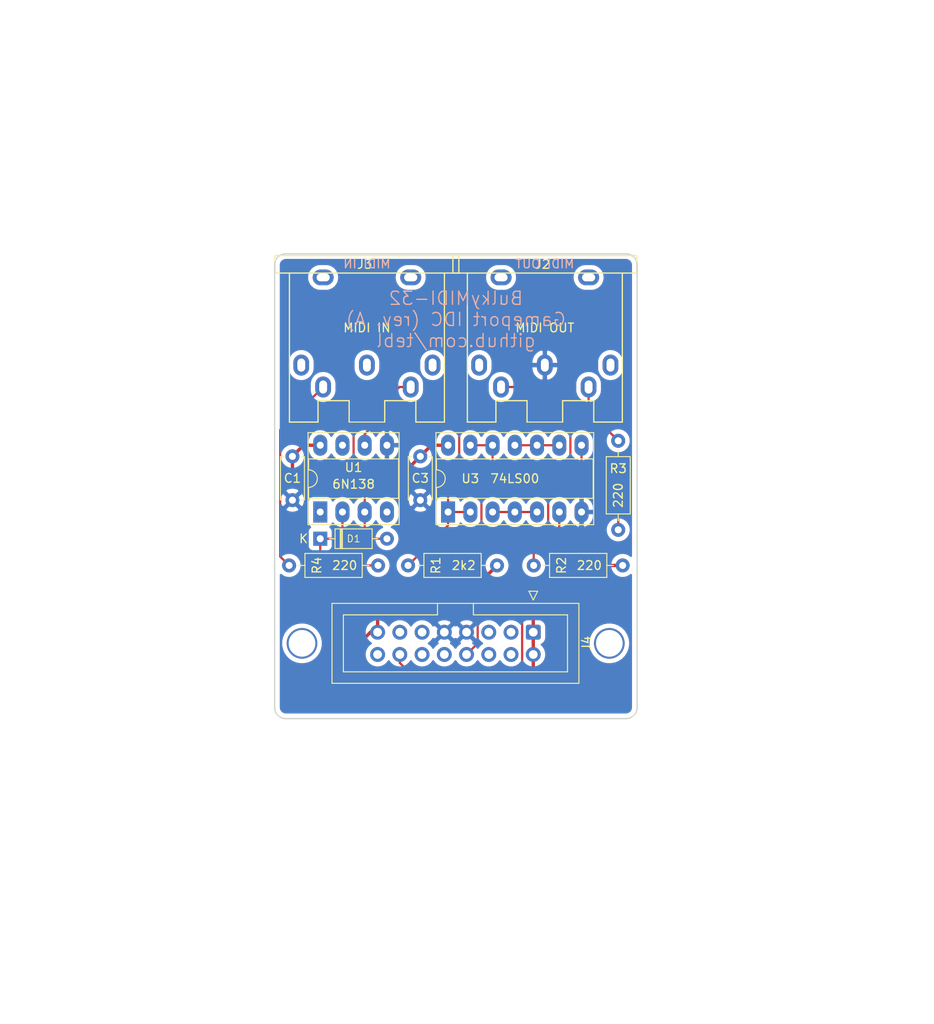
<source format=kicad_pcb>
(kicad_pcb (version 20171130) (host pcbnew "(5.1.8)-1")

  (general
    (thickness 1.6)
    (drawings 11)
    (tracks 91)
    (zones 0)
    (modules 14)
    (nets 14)
  )

  (page A4)
  (layers
    (0 F.Cu signal)
    (31 B.Cu signal)
    (32 B.Adhes user)
    (33 F.Adhes user)
    (34 B.Paste user)
    (35 F.Paste user)
    (36 B.SilkS user)
    (37 F.SilkS user)
    (38 B.Mask user)
    (39 F.Mask user)
    (40 Dwgs.User user)
    (41 Cmts.User user)
    (42 Eco1.User user)
    (43 Eco2.User user)
    (44 Edge.Cuts user)
    (45 Margin user)
    (46 B.CrtYd user)
    (47 F.CrtYd user)
    (48 B.Fab user)
    (49 F.Fab user)
  )

  (setup
    (last_trace_width 0.25)
    (user_trace_width 0.381)
    (trace_clearance 0.2)
    (zone_clearance 0.508)
    (zone_45_only no)
    (trace_min 0.2)
    (via_size 0.6)
    (via_drill 0.4)
    (via_min_size 0.4)
    (via_min_drill 0.3)
    (user_via 1 0.4)
    (uvia_size 0.3)
    (uvia_drill 0.1)
    (uvias_allowed no)
    (uvia_min_size 0.2)
    (uvia_min_drill 0.1)
    (edge_width 0.15)
    (segment_width 0.2)
    (pcb_text_width 0.3)
    (pcb_text_size 1.5 1.5)
    (mod_edge_width 0.15)
    (mod_text_size 1 1)
    (mod_text_width 0.15)
    (pad_size 3.5 3.5)
    (pad_drill 3.048)
    (pad_to_mask_clearance 0)
    (aux_axis_origin 0 0)
    (visible_elements 7FFFFFFF)
    (pcbplotparams
      (layerselection 0x011fc_ffffffff)
      (usegerberextensions true)
      (usegerberattributes false)
      (usegerberadvancedattributes false)
      (creategerberjobfile false)
      (excludeedgelayer true)
      (linewidth 0.100000)
      (plotframeref false)
      (viasonmask false)
      (mode 1)
      (useauxorigin false)
      (hpglpennumber 1)
      (hpglpenspeed 20)
      (hpglpendiameter 15.000000)
      (psnegative false)
      (psa4output false)
      (plotreference true)
      (plotvalue true)
      (plotinvisibletext false)
      (padsonsilk false)
      (subtractmaskfromsilk false)
      (outputformat 1)
      (mirror false)
      (drillshape 0)
      (scaleselection 1)
      (outputdirectory "export/"))
  )

  (net 0 "")
  (net 1 GND)
  (net 2 +5V)
  (net 3 "Net-(D1-Pad1)")
  (net 4 "Net-(D1-Pad2)")
  (net 5 "Net-(J2-Pad5)")
  (net 6 "Net-(J2-Pad4)")
  (net 7 "Net-(J3-Pad4)")
  (net 8 "Net-(R1-Pad2)")
  (net 9 MIDI_TxD)
  (net 10 MIDI_RxD)
  (net 11 "Net-(R3-Pad2)")
  (net 12 "Net-(U3-Pad10)")
  (net 13 "Net-(U3-Pad3)")

  (net_class Default "This is the default net class."
    (clearance 0.2)
    (trace_width 0.25)
    (via_dia 0.6)
    (via_drill 0.4)
    (uvia_dia 0.3)
    (uvia_drill 0.1)
    (add_net MIDI_RxD)
    (add_net MIDI_TxD)
    (add_net "Net-(D1-Pad1)")
    (add_net "Net-(D1-Pad2)")
    (add_net "Net-(J2-Pad4)")
    (add_net "Net-(J2-Pad5)")
    (add_net "Net-(J3-Pad4)")
    (add_net "Net-(R1-Pad2)")
    (add_net "Net-(R3-Pad2)")
    (add_net "Net-(U3-Pad10)")
    (add_net "Net-(U3-Pad3)")
  )

  (net_class Power ""
    (clearance 0.2)
    (trace_width 0.381)
    (via_dia 1)
    (via_drill 0.4)
    (uvia_dia 0.3)
    (uvia_drill 0.1)
    (add_net +5V)
    (add_net GND)
  )

  (module BulkyMIDI-32:DIN5_MIDI locked (layer F.Cu) (tedit 61EDF634) (tstamp 61EEA0A9)
    (at 107.95 79.756 180)
    (path /5F99CA21)
    (fp_text reference J3 (at 0.25 11.5 180) (layer F.SilkS)
      (effects (font (size 1 1) (thickness 0.15)))
    )
    (fp_text value "MIDI IN" (at 0 4.25 180) (layer F.SilkS)
      (effects (font (size 1 1) (thickness 0.15)))
    )
    (fp_line (start -2.032 -6.5) (end 2.032 -6.5) (layer F.SilkS) (width 0.12))
    (fp_line (start 2.032 -6.5) (end 2.032 -4.064) (layer F.SilkS) (width 0.15))
    (fp_line (start -2.032 -6.5) (end -2.032 -4.064) (layer F.SilkS) (width 0.15))
    (fp_line (start 5.588 -6.5) (end 5.588 -4.064) (layer F.SilkS) (width 0.15))
    (fp_line (start -5.588 -6.5) (end -5.588 -4.064) (layer F.SilkS) (width 0.15))
    (fp_line (start 8.85 -6.5) (end 5.588 -6.5) (layer F.SilkS) (width 0.15))
    (fp_line (start 2.032 -4.064) (end 5.588 -4.064) (layer F.SilkS) (width 0.15))
    (fp_line (start -5.588 -4.064) (end -2.032 -4.064) (layer F.SilkS) (width 0.15))
    (fp_line (start -8.85 -6.5) (end -5.588 -6.5) (layer F.SilkS) (width 0.15))
    (fp_line (start -8.85 10.5) (end -8.85 -6.5) (layer F.SilkS) (width 0.15))
    (fp_line (start 8.85 -6.5) (end 8.85 10.5) (layer F.SilkS) (width 0.15))
    (fp_line (start -10.5 12.5) (end -10.5 10.5) (layer F.SilkS) (width 0.15))
    (fp_line (start -10.5 10.5) (end 10.5 10.5) (layer F.SilkS) (width 0.15))
    (fp_line (start 10.5 10.5) (end 10.5 12.5) (layer F.SilkS) (width 0.15))
    (fp_line (start 0 12.5) (end 10.5 12.5) (layer F.SilkS) (width 0.15))
    (fp_line (start 0 12.5) (end -10.5 12.5) (layer F.SilkS) (width 0.15))
    (pad 2 thru_hole oval (at 0 0 180) (size 1.8 2.4) (drill oval 0.9 1.5) (layers *.Cu *.Mask))
    (pad "" np_thru_hole oval (at 5 10 180) (size 2.4 1.8) (drill oval 1.5 0.9) (layers *.Cu *.Mask))
    (pad "" np_thru_hole oval (at -5 10 180) (size 2.4 1.8) (drill oval 1.5 0.9) (layers *.Cu *.Mask))
    (pad 1 thru_hole oval (at 7.5 0 180) (size 1.8 2.4) (drill oval 0.9 1.5) (layers *.Cu *.Mask))
    (pad 3 thru_hole oval (at -7.5 0 180) (size 1.8 2.4) (drill oval 0.9 1.5) (layers *.Cu *.Mask))
    (pad 4 thru_hole oval (at 5 -2.5 180) (size 1.8 2.4) (drill oval 0.9 1.5) (layers *.Cu *.Mask)
      (net 7 "Net-(J3-Pad4)"))
    (pad 5 thru_hole oval (at -5 -2.5 180) (size 1.8 2.4) (drill oval 0.9 1.5) (layers *.Cu *.Mask)
      (net 4 "Net-(D1-Pad2)"))
  )

  (module BulkyMIDI-32:DIN5_MIDI locked (layer F.Cu) (tedit 61EDF634) (tstamp 61EEA08E)
    (at 128.27 79.756 180)
    (path /5FBFBE67)
    (fp_text reference J2 (at 0.25 11.5 180) (layer F.SilkS)
      (effects (font (size 1 1) (thickness 0.15)))
    )
    (fp_text value "MIDI OUT" (at 0 4.25 180) (layer F.SilkS)
      (effects (font (size 1 1) (thickness 0.15)))
    )
    (fp_line (start -2.032 -6.5) (end 2.032 -6.5) (layer F.SilkS) (width 0.12))
    (fp_line (start 2.032 -6.5) (end 2.032 -4.064) (layer F.SilkS) (width 0.15))
    (fp_line (start -2.032 -6.5) (end -2.032 -4.064) (layer F.SilkS) (width 0.15))
    (fp_line (start 5.588 -6.5) (end 5.588 -4.064) (layer F.SilkS) (width 0.15))
    (fp_line (start -5.588 -6.5) (end -5.588 -4.064) (layer F.SilkS) (width 0.15))
    (fp_line (start 8.85 -6.5) (end 5.588 -6.5) (layer F.SilkS) (width 0.15))
    (fp_line (start 2.032 -4.064) (end 5.588 -4.064) (layer F.SilkS) (width 0.15))
    (fp_line (start -5.588 -4.064) (end -2.032 -4.064) (layer F.SilkS) (width 0.15))
    (fp_line (start -8.85 -6.5) (end -5.588 -6.5) (layer F.SilkS) (width 0.15))
    (fp_line (start -8.85 10.5) (end -8.85 -6.5) (layer F.SilkS) (width 0.15))
    (fp_line (start 8.85 -6.5) (end 8.85 10.5) (layer F.SilkS) (width 0.15))
    (fp_line (start -10.5 12.5) (end -10.5 10.5) (layer F.SilkS) (width 0.15))
    (fp_line (start -10.5 10.5) (end 10.5 10.5) (layer F.SilkS) (width 0.15))
    (fp_line (start 10.5 10.5) (end 10.5 12.5) (layer F.SilkS) (width 0.15))
    (fp_line (start 0 12.5) (end 10.5 12.5) (layer F.SilkS) (width 0.15))
    (fp_line (start 0 12.5) (end -10.5 12.5) (layer F.SilkS) (width 0.15))
    (pad 2 thru_hole oval (at 0 0 180) (size 1.8 2.4) (drill oval 0.9 1.5) (layers *.Cu *.Mask)
      (net 1 GND))
    (pad "" np_thru_hole oval (at 5 10 180) (size 2.4 1.8) (drill oval 1.5 0.9) (layers *.Cu *.Mask))
    (pad "" np_thru_hole oval (at -5 10 180) (size 2.4 1.8) (drill oval 1.5 0.9) (layers *.Cu *.Mask))
    (pad 1 thru_hole oval (at 7.5 0 180) (size 1.8 2.4) (drill oval 0.9 1.5) (layers *.Cu *.Mask))
    (pad 3 thru_hole oval (at -7.5 0 180) (size 1.8 2.4) (drill oval 0.9 1.5) (layers *.Cu *.Mask))
    (pad 4 thru_hole oval (at 5 -2.5 180) (size 1.8 2.4) (drill oval 0.9 1.5) (layers *.Cu *.Mask)
      (net 6 "Net-(J2-Pad4)"))
    (pad 5 thru_hole oval (at -5 -2.5 180) (size 1.8 2.4) (drill oval 0.9 1.5) (layers *.Cu *.Mask)
      (net 5 "Net-(J2-Pad5)"))
  )

  (module Diode_THT:D_DO-35_SOD27_P7.62mm_Horizontal (layer F.Cu) (tedit 5AE50CD5) (tstamp 6204C294)
    (at 102.616 99.568)
    (descr "Diode, DO-35_SOD27 series, Axial, Horizontal, pin pitch=7.62mm, , length*diameter=4*2mm^2, , http://www.diodes.com/_files/packages/DO-35.pdf")
    (tags "Diode DO-35_SOD27 series Axial Horizontal pin pitch 7.62mm  length 4mm diameter 2mm")
    (path /5F99E152)
    (fp_text reference D1 (at 3.81 0) (layer F.SilkS)
      (effects (font (size 0.8 0.8) (thickness 0.1)))
    )
    (fp_text value 1N4148 (at 3.81 2.12) (layer F.Fab)
      (effects (font (size 1 1) (thickness 0.15)))
    )
    (fp_line (start 8.67 -1.25) (end -1.05 -1.25) (layer F.CrtYd) (width 0.05))
    (fp_line (start 8.67 1.25) (end 8.67 -1.25) (layer F.CrtYd) (width 0.05))
    (fp_line (start -1.05 1.25) (end 8.67 1.25) (layer F.CrtYd) (width 0.05))
    (fp_line (start -1.05 -1.25) (end -1.05 1.25) (layer F.CrtYd) (width 0.05))
    (fp_line (start 2.29 -1.12) (end 2.29 1.12) (layer F.SilkS) (width 0.12))
    (fp_line (start 2.53 -1.12) (end 2.53 1.12) (layer F.SilkS) (width 0.12))
    (fp_line (start 2.41 -1.12) (end 2.41 1.12) (layer F.SilkS) (width 0.12))
    (fp_line (start 6.58 0) (end 5.93 0) (layer F.SilkS) (width 0.12))
    (fp_line (start 1.04 0) (end 1.69 0) (layer F.SilkS) (width 0.12))
    (fp_line (start 5.93 -1.12) (end 1.69 -1.12) (layer F.SilkS) (width 0.12))
    (fp_line (start 5.93 1.12) (end 5.93 -1.12) (layer F.SilkS) (width 0.12))
    (fp_line (start 1.69 1.12) (end 5.93 1.12) (layer F.SilkS) (width 0.12))
    (fp_line (start 1.69 -1.12) (end 1.69 1.12) (layer F.SilkS) (width 0.12))
    (fp_line (start 2.31 -1) (end 2.31 1) (layer F.Fab) (width 0.1))
    (fp_line (start 2.51 -1) (end 2.51 1) (layer F.Fab) (width 0.1))
    (fp_line (start 2.41 -1) (end 2.41 1) (layer F.Fab) (width 0.1))
    (fp_line (start 7.62 0) (end 5.81 0) (layer F.Fab) (width 0.1))
    (fp_line (start 0 0) (end 1.81 0) (layer F.Fab) (width 0.1))
    (fp_line (start 5.81 -1) (end 1.81 -1) (layer F.Fab) (width 0.1))
    (fp_line (start 5.81 1) (end 5.81 -1) (layer F.Fab) (width 0.1))
    (fp_line (start 1.81 1) (end 5.81 1) (layer F.Fab) (width 0.1))
    (fp_line (start 1.81 -1) (end 1.81 1) (layer F.Fab) (width 0.1))
    (fp_text user %R (at 4.11 0) (layer F.Fab)
      (effects (font (size 0.8 0.8) (thickness 0.12)))
    )
    (fp_text user K (at -1.905 0) (layer F.Fab)
      (effects (font (size 1 1) (thickness 0.15)))
    )
    (fp_text user K (at -1.905 0) (layer F.SilkS)
      (effects (font (size 1 1) (thickness 0.15)))
    )
    (pad 1 thru_hole rect (at 0 0) (size 1.6 1.6) (drill 0.8) (layers *.Cu *.Mask)
      (net 3 "Net-(D1-Pad1)"))
    (pad 2 thru_hole oval (at 7.62 0) (size 1.6 1.6) (drill 0.8) (layers *.Cu *.Mask)
      (net 4 "Net-(D1-Pad2)"))
    (model ${KISYS3DMOD}/Diode_THT.3dshapes/D_DO-35_SOD27_P7.62mm_Horizontal.wrl
      (at (xyz 0 0 0))
      (scale (xyz 1 1 1))
      (rotate (xyz 0 0 0))
    )
  )

  (module Resistor_THT:R_Axial_DIN0207_L6.3mm_D2.5mm_P10.16mm_Horizontal (layer F.Cu) (tedit 5AE5139B) (tstamp 6204C2E8)
    (at 122.809 102.616 180)
    (descr "Resistor, Axial_DIN0207 series, Axial, Horizontal, pin pitch=10.16mm, 0.25W = 1/4W, length*diameter=6.3*2.5mm^2, http://cdn-reichelt.de/documents/datenblatt/B400/1_4W%23YAG.pdf")
    (tags "Resistor Axial_DIN0207 series Axial Horizontal pin pitch 10.16mm 0.25W = 1/4W length 6.3mm diameter 2.5mm")
    (path /6219F0FD)
    (fp_text reference R1 (at 6.985 0 90) (layer F.SilkS)
      (effects (font (size 1 1) (thickness 0.15)))
    )
    (fp_text value 2k2 (at 3.81 0) (layer F.SilkS)
      (effects (font (size 1 1) (thickness 0.15)))
    )
    (fp_line (start 1.93 -1.25) (end 1.93 1.25) (layer F.Fab) (width 0.1))
    (fp_line (start 1.93 1.25) (end 8.23 1.25) (layer F.Fab) (width 0.1))
    (fp_line (start 8.23 1.25) (end 8.23 -1.25) (layer F.Fab) (width 0.1))
    (fp_line (start 8.23 -1.25) (end 1.93 -1.25) (layer F.Fab) (width 0.1))
    (fp_line (start 0 0) (end 1.93 0) (layer F.Fab) (width 0.1))
    (fp_line (start 10.16 0) (end 8.23 0) (layer F.Fab) (width 0.1))
    (fp_line (start 1.81 -1.37) (end 1.81 1.37) (layer F.SilkS) (width 0.12))
    (fp_line (start 1.81 1.37) (end 8.35 1.37) (layer F.SilkS) (width 0.12))
    (fp_line (start 8.35 1.37) (end 8.35 -1.37) (layer F.SilkS) (width 0.12))
    (fp_line (start 8.35 -1.37) (end 1.81 -1.37) (layer F.SilkS) (width 0.12))
    (fp_line (start 1.04 0) (end 1.81 0) (layer F.SilkS) (width 0.12))
    (fp_line (start 9.12 0) (end 8.35 0) (layer F.SilkS) (width 0.12))
    (fp_line (start -1.05 -1.5) (end -1.05 1.5) (layer F.CrtYd) (width 0.05))
    (fp_line (start -1.05 1.5) (end 11.21 1.5) (layer F.CrtYd) (width 0.05))
    (fp_line (start 11.21 1.5) (end 11.21 -1.5) (layer F.CrtYd) (width 0.05))
    (fp_line (start 11.21 -1.5) (end -1.05 -1.5) (layer F.CrtYd) (width 0.05))
    (fp_text user %R (at 6.985 0 90) (layer F.Fab)
      (effects (font (size 1 1) (thickness 0.15)))
    )
    (pad 2 thru_hole oval (at 10.16 0 180) (size 1.6 1.6) (drill 0.8) (layers *.Cu *.Mask)
      (net 8 "Net-(R1-Pad2)"))
    (pad 1 thru_hole circle (at 0 0 180) (size 1.6 1.6) (drill 0.8) (layers *.Cu *.Mask)
      (net 2 +5V))
    (model ${KISYS3DMOD}/Resistor_THT.3dshapes/R_Axial_DIN0207_L6.3mm_D2.5mm_P10.16mm_Horizontal.wrl
      (at (xyz 0 0 0))
      (scale (xyz 1 1 1))
      (rotate (xyz 0 0 0))
    )
  )

  (module Resistor_THT:R_Axial_DIN0207_L6.3mm_D2.5mm_P10.16mm_Horizontal (layer F.Cu) (tedit 5AE5139B) (tstamp 6204C2FF)
    (at 137.16 102.616 180)
    (descr "Resistor, Axial_DIN0207 series, Axial, Horizontal, pin pitch=10.16mm, 0.25W = 1/4W, length*diameter=6.3*2.5mm^2, http://cdn-reichelt.de/documents/datenblatt/B400/1_4W%23YAG.pdf")
    (tags "Resistor Axial_DIN0207 series Axial Horizontal pin pitch 10.16mm 0.25W = 1/4W length 6.3mm diameter 2.5mm")
    (path /5FD00C73)
    (fp_text reference R2 (at 6.985 0 90) (layer F.SilkS)
      (effects (font (size 1 1) (thickness 0.15)))
    )
    (fp_text value 220 (at 3.81 0) (layer F.SilkS)
      (effects (font (size 1 1) (thickness 0.15)))
    )
    (fp_line (start 11.21 -1.5) (end -1.05 -1.5) (layer F.CrtYd) (width 0.05))
    (fp_line (start 11.21 1.5) (end 11.21 -1.5) (layer F.CrtYd) (width 0.05))
    (fp_line (start -1.05 1.5) (end 11.21 1.5) (layer F.CrtYd) (width 0.05))
    (fp_line (start -1.05 -1.5) (end -1.05 1.5) (layer F.CrtYd) (width 0.05))
    (fp_line (start 9.12 0) (end 8.35 0) (layer F.SilkS) (width 0.12))
    (fp_line (start 1.04 0) (end 1.81 0) (layer F.SilkS) (width 0.12))
    (fp_line (start 8.35 -1.37) (end 1.81 -1.37) (layer F.SilkS) (width 0.12))
    (fp_line (start 8.35 1.37) (end 8.35 -1.37) (layer F.SilkS) (width 0.12))
    (fp_line (start 1.81 1.37) (end 8.35 1.37) (layer F.SilkS) (width 0.12))
    (fp_line (start 1.81 -1.37) (end 1.81 1.37) (layer F.SilkS) (width 0.12))
    (fp_line (start 10.16 0) (end 8.23 0) (layer F.Fab) (width 0.1))
    (fp_line (start 0 0) (end 1.93 0) (layer F.Fab) (width 0.1))
    (fp_line (start 8.23 -1.25) (end 1.93 -1.25) (layer F.Fab) (width 0.1))
    (fp_line (start 8.23 1.25) (end 8.23 -1.25) (layer F.Fab) (width 0.1))
    (fp_line (start 1.93 1.25) (end 8.23 1.25) (layer F.Fab) (width 0.1))
    (fp_line (start 1.93 -1.25) (end 1.93 1.25) (layer F.Fab) (width 0.1))
    (fp_text user %R (at 6.985 0 90) (layer F.Fab)
      (effects (font (size 1 1) (thickness 0.15)))
    )
    (pad 1 thru_hole circle (at 0 0 180) (size 1.6 1.6) (drill 0.8) (layers *.Cu *.Mask)
      (net 2 +5V))
    (pad 2 thru_hole oval (at 10.16 0 180) (size 1.6 1.6) (drill 0.8) (layers *.Cu *.Mask)
      (net 6 "Net-(J2-Pad4)"))
    (model ${KISYS3DMOD}/Resistor_THT.3dshapes/R_Axial_DIN0207_L6.3mm_D2.5mm_P10.16mm_Horizontal.wrl
      (at (xyz 0 0 0))
      (scale (xyz 1 1 1))
      (rotate (xyz 0 0 0))
    )
  )

  (module Resistor_THT:R_Axial_DIN0207_L6.3mm_D2.5mm_P10.16mm_Horizontal (layer F.Cu) (tedit 5AE5139B) (tstamp 62059B4B)
    (at 136.652 88.392 270)
    (descr "Resistor, Axial_DIN0207 series, Axial, Horizontal, pin pitch=10.16mm, 0.25W = 1/4W, length*diameter=6.3*2.5mm^2, http://cdn-reichelt.de/documents/datenblatt/B400/1_4W%23YAG.pdf")
    (tags "Resistor Axial_DIN0207 series Axial Horizontal pin pitch 10.16mm 0.25W = 1/4W length 6.3mm diameter 2.5mm")
    (path /622D9678)
    (fp_text reference R3 (at 3.175 0 180) (layer F.SilkS)
      (effects (font (size 1 1) (thickness 0.15)))
    )
    (fp_text value 220 (at 6.223 0 90) (layer F.SilkS)
      (effects (font (size 1 1) (thickness 0.15)))
    )
    (fp_line (start 1.93 -1.25) (end 1.93 1.25) (layer F.Fab) (width 0.1))
    (fp_line (start 1.93 1.25) (end 8.23 1.25) (layer F.Fab) (width 0.1))
    (fp_line (start 8.23 1.25) (end 8.23 -1.25) (layer F.Fab) (width 0.1))
    (fp_line (start 8.23 -1.25) (end 1.93 -1.25) (layer F.Fab) (width 0.1))
    (fp_line (start 0 0) (end 1.93 0) (layer F.Fab) (width 0.1))
    (fp_line (start 10.16 0) (end 8.23 0) (layer F.Fab) (width 0.1))
    (fp_line (start 1.81 -1.37) (end 1.81 1.37) (layer F.SilkS) (width 0.12))
    (fp_line (start 1.81 1.37) (end 8.35 1.37) (layer F.SilkS) (width 0.12))
    (fp_line (start 8.35 1.37) (end 8.35 -1.37) (layer F.SilkS) (width 0.12))
    (fp_line (start 8.35 -1.37) (end 1.81 -1.37) (layer F.SilkS) (width 0.12))
    (fp_line (start 1.04 0) (end 1.81 0) (layer F.SilkS) (width 0.12))
    (fp_line (start 9.12 0) (end 8.35 0) (layer F.SilkS) (width 0.12))
    (fp_line (start -1.05 -1.5) (end -1.05 1.5) (layer F.CrtYd) (width 0.05))
    (fp_line (start -1.05 1.5) (end 11.21 1.5) (layer F.CrtYd) (width 0.05))
    (fp_line (start 11.21 1.5) (end 11.21 -1.5) (layer F.CrtYd) (width 0.05))
    (fp_line (start 11.21 -1.5) (end -1.05 -1.5) (layer F.CrtYd) (width 0.05))
    (fp_text user %R (at 3.175 0 180) (layer F.Fab)
      (effects (font (size 1 1) (thickness 0.15)))
    )
    (pad 2 thru_hole oval (at 10.16 0 270) (size 1.6 1.6) (drill 0.8) (layers *.Cu *.Mask)
      (net 11 "Net-(R3-Pad2)"))
    (pad 1 thru_hole circle (at 0 0 270) (size 1.6 1.6) (drill 0.8) (layers *.Cu *.Mask)
      (net 5 "Net-(J2-Pad5)"))
    (model ${KISYS3DMOD}/Resistor_THT.3dshapes/R_Axial_DIN0207_L6.3mm_D2.5mm_P10.16mm_Horizontal.wrl
      (at (xyz 0 0 0))
      (scale (xyz 1 1 1))
      (rotate (xyz 0 0 0))
    )
  )

  (module Resistor_THT:R_Axial_DIN0207_L6.3mm_D2.5mm_P10.16mm_Horizontal (layer F.Cu) (tedit 5AE5139B) (tstamp 6204C32D)
    (at 109.22 102.616 180)
    (descr "Resistor, Axial_DIN0207 series, Axial, Horizontal, pin pitch=10.16mm, 0.25W = 1/4W, length*diameter=6.3*2.5mm^2, http://cdn-reichelt.de/documents/datenblatt/B400/1_4W%23YAG.pdf")
    (tags "Resistor Axial_DIN0207 series Axial Horizontal pin pitch 10.16mm 0.25W = 1/4W length 6.3mm diameter 2.5mm")
    (path /5F99E885)
    (fp_text reference R4 (at 6.985 0 90) (layer F.SilkS)
      (effects (font (size 1 1) (thickness 0.15)))
    )
    (fp_text value 220 (at 3.81 0) (layer F.SilkS)
      (effects (font (size 1 1) (thickness 0.15)))
    )
    (fp_line (start 11.21 -1.5) (end -1.05 -1.5) (layer F.CrtYd) (width 0.05))
    (fp_line (start 11.21 1.5) (end 11.21 -1.5) (layer F.CrtYd) (width 0.05))
    (fp_line (start -1.05 1.5) (end 11.21 1.5) (layer F.CrtYd) (width 0.05))
    (fp_line (start -1.05 -1.5) (end -1.05 1.5) (layer F.CrtYd) (width 0.05))
    (fp_line (start 9.12 0) (end 8.35 0) (layer F.SilkS) (width 0.12))
    (fp_line (start 1.04 0) (end 1.81 0) (layer F.SilkS) (width 0.12))
    (fp_line (start 8.35 -1.37) (end 1.81 -1.37) (layer F.SilkS) (width 0.12))
    (fp_line (start 8.35 1.37) (end 8.35 -1.37) (layer F.SilkS) (width 0.12))
    (fp_line (start 1.81 1.37) (end 8.35 1.37) (layer F.SilkS) (width 0.12))
    (fp_line (start 1.81 -1.37) (end 1.81 1.37) (layer F.SilkS) (width 0.12))
    (fp_line (start 10.16 0) (end 8.23 0) (layer F.Fab) (width 0.1))
    (fp_line (start 0 0) (end 1.93 0) (layer F.Fab) (width 0.1))
    (fp_line (start 8.23 -1.25) (end 1.93 -1.25) (layer F.Fab) (width 0.1))
    (fp_line (start 8.23 1.25) (end 8.23 -1.25) (layer F.Fab) (width 0.1))
    (fp_line (start 1.93 1.25) (end 8.23 1.25) (layer F.Fab) (width 0.1))
    (fp_line (start 1.93 -1.25) (end 1.93 1.25) (layer F.Fab) (width 0.1))
    (fp_text user %R (at 6.985 0 90) (layer F.Fab)
      (effects (font (size 1 1) (thickness 0.15)))
    )
    (pad 1 thru_hole circle (at 0 0 180) (size 1.6 1.6) (drill 0.8) (layers *.Cu *.Mask)
      (net 3 "Net-(D1-Pad1)"))
    (pad 2 thru_hole oval (at 10.16 0 180) (size 1.6 1.6) (drill 0.8) (layers *.Cu *.Mask)
      (net 7 "Net-(J3-Pad4)"))
    (model ${KISYS3DMOD}/Resistor_THT.3dshapes/R_Axial_DIN0207_L6.3mm_D2.5mm_P10.16mm_Horizontal.wrl
      (at (xyz 0 0 0))
      (scale (xyz 1 1 1))
      (rotate (xyz 0 0 0))
    )
  )

  (module Package_DIP:DIP-8_W7.62mm_Socket_LongPads (layer F.Cu) (tedit 5A02E8C5) (tstamp 6204C351)
    (at 102.616 96.52 90)
    (descr "8-lead though-hole mounted DIP package, row spacing 7.62 mm (300 mils), Socket, LongPads")
    (tags "THT DIP DIL PDIP 2.54mm 7.62mm 300mil Socket LongPads")
    (path /62109585)
    (fp_text reference U1 (at 5.08 3.81 180) (layer F.SilkS)
      (effects (font (size 1 1) (thickness 0.15)))
    )
    (fp_text value 6N138 (at 3.175 3.81 180) (layer F.SilkS)
      (effects (font (size 1 1) (thickness 0.15)))
    )
    (fp_line (start 9.15 -1.6) (end -1.55 -1.6) (layer F.CrtYd) (width 0.05))
    (fp_line (start 9.15 9.2) (end 9.15 -1.6) (layer F.CrtYd) (width 0.05))
    (fp_line (start -1.55 9.2) (end 9.15 9.2) (layer F.CrtYd) (width 0.05))
    (fp_line (start -1.55 -1.6) (end -1.55 9.2) (layer F.CrtYd) (width 0.05))
    (fp_line (start 9.06 -1.39) (end -1.44 -1.39) (layer F.SilkS) (width 0.12))
    (fp_line (start 9.06 9.01) (end 9.06 -1.39) (layer F.SilkS) (width 0.12))
    (fp_line (start -1.44 9.01) (end 9.06 9.01) (layer F.SilkS) (width 0.12))
    (fp_line (start -1.44 -1.39) (end -1.44 9.01) (layer F.SilkS) (width 0.12))
    (fp_line (start 6.06 -1.33) (end 4.81 -1.33) (layer F.SilkS) (width 0.12))
    (fp_line (start 6.06 8.95) (end 6.06 -1.33) (layer F.SilkS) (width 0.12))
    (fp_line (start 1.56 8.95) (end 6.06 8.95) (layer F.SilkS) (width 0.12))
    (fp_line (start 1.56 -1.33) (end 1.56 8.95) (layer F.SilkS) (width 0.12))
    (fp_line (start 2.81 -1.33) (end 1.56 -1.33) (layer F.SilkS) (width 0.12))
    (fp_line (start 8.89 -1.33) (end -1.27 -1.33) (layer F.Fab) (width 0.1))
    (fp_line (start 8.89 8.95) (end 8.89 -1.33) (layer F.Fab) (width 0.1))
    (fp_line (start -1.27 8.95) (end 8.89 8.95) (layer F.Fab) (width 0.1))
    (fp_line (start -1.27 -1.33) (end -1.27 8.95) (layer F.Fab) (width 0.1))
    (fp_line (start 0.635 -0.27) (end 1.635 -1.27) (layer F.Fab) (width 0.1))
    (fp_line (start 0.635 8.89) (end 0.635 -0.27) (layer F.Fab) (width 0.1))
    (fp_line (start 6.985 8.89) (end 0.635 8.89) (layer F.Fab) (width 0.1))
    (fp_line (start 6.985 -1.27) (end 6.985 8.89) (layer F.Fab) (width 0.1))
    (fp_line (start 1.635 -1.27) (end 6.985 -1.27) (layer F.Fab) (width 0.1))
    (fp_arc (start 3.81 -1.33) (end 2.81 -1.33) (angle -180) (layer F.SilkS) (width 0.12))
    (fp_text user %R (at 5.08 3.81 180) (layer F.Fab)
      (effects (font (size 1 1) (thickness 0.15)))
    )
    (pad 1 thru_hole rect (at 0 0 90) (size 2.4 1.6) (drill 0.8) (layers *.Cu *.Mask))
    (pad 5 thru_hole oval (at 7.62 7.62 90) (size 2.4 1.6) (drill 0.8) (layers *.Cu *.Mask)
      (net 1 GND))
    (pad 2 thru_hole oval (at 0 2.54 90) (size 2.4 1.6) (drill 0.8) (layers *.Cu *.Mask)
      (net 3 "Net-(D1-Pad1)"))
    (pad 6 thru_hole oval (at 7.62 5.08 90) (size 2.4 1.6) (drill 0.8) (layers *.Cu *.Mask)
      (net 8 "Net-(R1-Pad2)"))
    (pad 3 thru_hole oval (at 0 5.08 90) (size 2.4 1.6) (drill 0.8) (layers *.Cu *.Mask)
      (net 4 "Net-(D1-Pad2)"))
    (pad 7 thru_hole oval (at 7.62 2.54 90) (size 2.4 1.6) (drill 0.8) (layers *.Cu *.Mask))
    (pad 4 thru_hole oval (at 0 7.62 90) (size 2.4 1.6) (drill 0.8) (layers *.Cu *.Mask))
    (pad 8 thru_hole oval (at 7.62 0 90) (size 2.4 1.6) (drill 0.8) (layers *.Cu *.Mask)
      (net 2 +5V))
    (model ${KISYS3DMOD}/Package_DIP.3dshapes/DIP-8_W7.62mm_Socket.wrl
      (at (xyz 0 0 0))
      (scale (xyz 1 1 1))
      (rotate (xyz 0 0 0))
    )
  )

  (module Package_DIP:DIP-14_W7.62mm_Socket_LongPads (layer F.Cu) (tedit 5A02E8C5) (tstamp 6204C37B)
    (at 117.221 96.52 90)
    (descr "14-lead though-hole mounted DIP package, row spacing 7.62 mm (300 mils), Socket, LongPads")
    (tags "THT DIP DIL PDIP 2.54mm 7.62mm 300mil Socket LongPads")
    (path /620D2C7D)
    (fp_text reference U3 (at 3.81 2.54 180) (layer F.SilkS)
      (effects (font (size 1 1) (thickness 0.15)))
    )
    (fp_text value 74LS00 (at 3.81 7.62 180) (layer F.SilkS)
      (effects (font (size 1 1) (thickness 0.15)))
    )
    (fp_line (start 9.15 -1.6) (end -1.55 -1.6) (layer F.CrtYd) (width 0.05))
    (fp_line (start 9.15 16.85) (end 9.15 -1.6) (layer F.CrtYd) (width 0.05))
    (fp_line (start -1.55 16.85) (end 9.15 16.85) (layer F.CrtYd) (width 0.05))
    (fp_line (start -1.55 -1.6) (end -1.55 16.85) (layer F.CrtYd) (width 0.05))
    (fp_line (start 9.06 -1.39) (end -1.44 -1.39) (layer F.SilkS) (width 0.12))
    (fp_line (start 9.06 16.63) (end 9.06 -1.39) (layer F.SilkS) (width 0.12))
    (fp_line (start -1.44 16.63) (end 9.06 16.63) (layer F.SilkS) (width 0.12))
    (fp_line (start -1.44 -1.39) (end -1.44 16.63) (layer F.SilkS) (width 0.12))
    (fp_line (start 6.06 -1.33) (end 4.81 -1.33) (layer F.SilkS) (width 0.12))
    (fp_line (start 6.06 16.57) (end 6.06 -1.33) (layer F.SilkS) (width 0.12))
    (fp_line (start 1.56 16.57) (end 6.06 16.57) (layer F.SilkS) (width 0.12))
    (fp_line (start 1.56 -1.33) (end 1.56 16.57) (layer F.SilkS) (width 0.12))
    (fp_line (start 2.81 -1.33) (end 1.56 -1.33) (layer F.SilkS) (width 0.12))
    (fp_line (start 8.89 -1.33) (end -1.27 -1.33) (layer F.Fab) (width 0.1))
    (fp_line (start 8.89 16.57) (end 8.89 -1.33) (layer F.Fab) (width 0.1))
    (fp_line (start -1.27 16.57) (end 8.89 16.57) (layer F.Fab) (width 0.1))
    (fp_line (start -1.27 -1.33) (end -1.27 16.57) (layer F.Fab) (width 0.1))
    (fp_line (start 0.635 -0.27) (end 1.635 -1.27) (layer F.Fab) (width 0.1))
    (fp_line (start 0.635 16.51) (end 0.635 -0.27) (layer F.Fab) (width 0.1))
    (fp_line (start 6.985 16.51) (end 0.635 16.51) (layer F.Fab) (width 0.1))
    (fp_line (start 6.985 -1.27) (end 6.985 16.51) (layer F.Fab) (width 0.1))
    (fp_line (start 1.635 -1.27) (end 6.985 -1.27) (layer F.Fab) (width 0.1))
    (fp_arc (start 3.81 -1.33) (end 2.81 -1.33) (angle -180) (layer F.SilkS) (width 0.12))
    (fp_text user %R (at 3.81 2.54 180) (layer F.Fab)
      (effects (font (size 1 1) (thickness 0.15)))
    )
    (pad 1 thru_hole rect (at 0 0 90) (size 2.4 1.6) (drill 0.8) (layers *.Cu *.Mask)
      (net 8 "Net-(R1-Pad2)"))
    (pad 8 thru_hole oval (at 7.62 15.24 90) (size 2.4 1.6) (drill 0.8) (layers *.Cu *.Mask)
      (net 11 "Net-(R3-Pad2)"))
    (pad 2 thru_hole oval (at 0 2.54 90) (size 2.4 1.6) (drill 0.8) (layers *.Cu *.Mask)
      (net 8 "Net-(R1-Pad2)"))
    (pad 9 thru_hole oval (at 7.62 12.7 90) (size 2.4 1.6) (drill 0.8) (layers *.Cu *.Mask)
      (net 12 "Net-(U3-Pad10)"))
    (pad 3 thru_hole oval (at 0 5.08 90) (size 2.4 1.6) (drill 0.8) (layers *.Cu *.Mask)
      (net 13 "Net-(U3-Pad3)"))
    (pad 10 thru_hole oval (at 7.62 10.16 90) (size 2.4 1.6) (drill 0.8) (layers *.Cu *.Mask)
      (net 12 "Net-(U3-Pad10)"))
    (pad 4 thru_hole oval (at 0 7.62 90) (size 2.4 1.6) (drill 0.8) (layers *.Cu *.Mask)
      (net 13 "Net-(U3-Pad3)"))
    (pad 11 thru_hole oval (at 7.62 7.62 90) (size 2.4 1.6) (drill 0.8) (layers *.Cu *.Mask)
      (net 12 "Net-(U3-Pad10)"))
    (pad 5 thru_hole oval (at 0 10.16 90) (size 2.4 1.6) (drill 0.8) (layers *.Cu *.Mask)
      (net 13 "Net-(U3-Pad3)"))
    (pad 12 thru_hole oval (at 7.62 5.08 90) (size 2.4 1.6) (drill 0.8) (layers *.Cu *.Mask)
      (net 9 MIDI_TxD))
    (pad 6 thru_hole oval (at 0 12.7 90) (size 2.4 1.6) (drill 0.8) (layers *.Cu *.Mask)
      (net 10 MIDI_RxD))
    (pad 13 thru_hole oval (at 7.62 2.54 90) (size 2.4 1.6) (drill 0.8) (layers *.Cu *.Mask)
      (net 9 MIDI_TxD))
    (pad 7 thru_hole oval (at 0 15.24 90) (size 2.4 1.6) (drill 0.8) (layers *.Cu *.Mask)
      (net 1 GND))
    (pad 14 thru_hole oval (at 7.62 0 90) (size 2.4 1.6) (drill 0.8) (layers *.Cu *.Mask)
      (net 2 +5V))
    (model ${KISYS3DMOD}/Package_DIP.3dshapes/DIP-14_W7.62mm_Socket.wrl
      (at (xyz 0 0 0))
      (scale (xyz 1 1 1))
      (rotate (xyz 0 0 0))
    )
  )

  (module Capacitor_THT:C_Disc_D4.7mm_W2.5mm_P5.00mm (layer F.Cu) (tedit 5AE50EF0) (tstamp 6205996A)
    (at 99.441 90.17 270)
    (descr "C, Disc series, Radial, pin pitch=5.00mm, , diameter*width=4.7*2.5mm^2, Capacitor, http://www.vishay.com/docs/45233/krseries.pdf")
    (tags "C Disc series Radial pin pitch 5.00mm  diameter 4.7mm width 2.5mm Capacitor")
    (path /5F0DF157)
    (fp_text reference C1 (at 2.5 0 180) (layer F.SilkS)
      (effects (font (size 1 1) (thickness 0.15)))
    )
    (fp_text value 100nF (at 2.5 2.5 90) (layer F.Fab)
      (effects (font (size 1 1) (thickness 0.15)))
    )
    (fp_line (start 0.15 -1.25) (end 0.15 1.25) (layer F.Fab) (width 0.1))
    (fp_line (start 0.15 1.25) (end 4.85 1.25) (layer F.Fab) (width 0.1))
    (fp_line (start 4.85 1.25) (end 4.85 -1.25) (layer F.Fab) (width 0.1))
    (fp_line (start 4.85 -1.25) (end 0.15 -1.25) (layer F.Fab) (width 0.1))
    (fp_line (start 0.03 -1.37) (end 4.97 -1.37) (layer F.SilkS) (width 0.12))
    (fp_line (start 0.03 1.37) (end 4.97 1.37) (layer F.SilkS) (width 0.12))
    (fp_line (start 0.03 -1.37) (end 0.03 -1.055) (layer F.SilkS) (width 0.12))
    (fp_line (start 0.03 1.055) (end 0.03 1.37) (layer F.SilkS) (width 0.12))
    (fp_line (start 4.97 -1.37) (end 4.97 -1.055) (layer F.SilkS) (width 0.12))
    (fp_line (start 4.97 1.055) (end 4.97 1.37) (layer F.SilkS) (width 0.12))
    (fp_line (start -1.05 -1.5) (end -1.05 1.5) (layer F.CrtYd) (width 0.05))
    (fp_line (start -1.05 1.5) (end 6.05 1.5) (layer F.CrtYd) (width 0.05))
    (fp_line (start 6.05 1.5) (end 6.05 -1.5) (layer F.CrtYd) (width 0.05))
    (fp_line (start 6.05 -1.5) (end -1.05 -1.5) (layer F.CrtYd) (width 0.05))
    (fp_text user %R (at 2.5 0 180) (layer F.Fab)
      (effects (font (size 0.94 0.94) (thickness 0.141)))
    )
    (pad 1 thru_hole circle (at 0 0 270) (size 1.6 1.6) (drill 0.8) (layers *.Cu *.Mask)
      (net 2 +5V))
    (pad 2 thru_hole circle (at 5 0 270) (size 1.6 1.6) (drill 0.8) (layers *.Cu *.Mask)
      (net 1 GND))
    (model ${KISYS3DMOD}/Capacitor_THT.3dshapes/C_Disc_D4.7mm_W2.5mm_P5.00mm.wrl
      (at (xyz 0 0 0))
      (scale (xyz 1 1 1))
      (rotate (xyz 0 0 0))
    )
  )

  (module Capacitor_THT:C_Disc_D4.7mm_W2.5mm_P5.00mm (layer F.Cu) (tedit 5AE50EF0) (tstamp 6205997E)
    (at 114.046 90.17 270)
    (descr "C, Disc series, Radial, pin pitch=5.00mm, , diameter*width=4.7*2.5mm^2, Capacitor, http://www.vishay.com/docs/45233/krseries.pdf")
    (tags "C Disc series Radial pin pitch 5.00mm  diameter 4.7mm width 2.5mm Capacitor")
    (path /6257FB01)
    (fp_text reference C3 (at 2.5 0 180) (layer F.SilkS)
      (effects (font (size 1 1) (thickness 0.15)))
    )
    (fp_text value 100nF (at 2.5 2.5 90) (layer F.Fab)
      (effects (font (size 1 1) (thickness 0.15)))
    )
    (fp_line (start 6.05 -1.5) (end -1.05 -1.5) (layer F.CrtYd) (width 0.05))
    (fp_line (start 6.05 1.5) (end 6.05 -1.5) (layer F.CrtYd) (width 0.05))
    (fp_line (start -1.05 1.5) (end 6.05 1.5) (layer F.CrtYd) (width 0.05))
    (fp_line (start -1.05 -1.5) (end -1.05 1.5) (layer F.CrtYd) (width 0.05))
    (fp_line (start 4.97 1.055) (end 4.97 1.37) (layer F.SilkS) (width 0.12))
    (fp_line (start 4.97 -1.37) (end 4.97 -1.055) (layer F.SilkS) (width 0.12))
    (fp_line (start 0.03 1.055) (end 0.03 1.37) (layer F.SilkS) (width 0.12))
    (fp_line (start 0.03 -1.37) (end 0.03 -1.055) (layer F.SilkS) (width 0.12))
    (fp_line (start 0.03 1.37) (end 4.97 1.37) (layer F.SilkS) (width 0.12))
    (fp_line (start 0.03 -1.37) (end 4.97 -1.37) (layer F.SilkS) (width 0.12))
    (fp_line (start 4.85 -1.25) (end 0.15 -1.25) (layer F.Fab) (width 0.1))
    (fp_line (start 4.85 1.25) (end 4.85 -1.25) (layer F.Fab) (width 0.1))
    (fp_line (start 0.15 1.25) (end 4.85 1.25) (layer F.Fab) (width 0.1))
    (fp_line (start 0.15 -1.25) (end 0.15 1.25) (layer F.Fab) (width 0.1))
    (fp_text user %R (at 2.5 0 180) (layer F.Fab)
      (effects (font (size 0.94 0.94) (thickness 0.141)))
    )
    (pad 2 thru_hole circle (at 5 0 270) (size 1.6 1.6) (drill 0.8) (layers *.Cu *.Mask)
      (net 1 GND))
    (pad 1 thru_hole circle (at 0 0 270) (size 1.6 1.6) (drill 0.8) (layers *.Cu *.Mask)
      (net 2 +5V))
    (model ${KISYS3DMOD}/Capacitor_THT.3dshapes/C_Disc_D4.7mm_W2.5mm_P5.00mm.wrl
      (at (xyz 0 0 0))
      (scale (xyz 1 1 1))
      (rotate (xyz 0 0 0))
    )
  )

  (module Gameport:Gameport_IDC (layer F.Cu) (tedit 62046968) (tstamp 62058E6E)
    (at 126.9492 110.236 270)
    (descr "Through hole IDC box header, 2x08, 2.54mm pitch, DIN 41651 / IEC 60603-13, double rows, https://docs.google.com/spreadsheets/d/16SsEcesNF15N3Lb4niX7dcUr-NY5_MFPQhobNuNppn4/edit#gid=0")
    (tags "Through hole vertical IDC box header THT 2x08 2.54mm double row")
    (path /6248D33D)
    (fp_text reference J4 (at 1.27 -6.1 90) (layer F.SilkS)
      (effects (font (size 1 1) (thickness 0.15)))
    )
    (fp_text value Gameport (at 1.27 23.88 90) (layer F.Fab)
      (effects (font (size 1 1) (thickness 0.15)))
    )
    (fp_line (start 6.22 -5.6) (end -3.68 -5.6) (layer F.CrtYd) (width 0.05))
    (fp_line (start 6.22 23.38) (end 6.22 -5.6) (layer F.CrtYd) (width 0.05))
    (fp_line (start -3.68 23.38) (end 6.22 23.38) (layer F.CrtYd) (width 0.05))
    (fp_line (start -3.68 -5.6) (end -3.68 23.38) (layer F.CrtYd) (width 0.05))
    (fp_line (start -4.68 0.5) (end -3.68 0) (layer F.SilkS) (width 0.12))
    (fp_line (start -4.68 -0.5) (end -4.68 0.5) (layer F.SilkS) (width 0.12))
    (fp_line (start -3.68 0) (end -4.68 -0.5) (layer F.SilkS) (width 0.12))
    (fp_line (start -1.98 10.94) (end -3.29 10.94) (layer F.SilkS) (width 0.12))
    (fp_line (start -1.98 10.94) (end -1.98 10.94) (layer F.SilkS) (width 0.12))
    (fp_line (start -1.98 21.69) (end -1.98 10.94) (layer F.SilkS) (width 0.12))
    (fp_line (start 4.52 21.69) (end -1.98 21.69) (layer F.SilkS) (width 0.12))
    (fp_line (start 4.52 -3.91) (end 4.52 21.69) (layer F.SilkS) (width 0.12))
    (fp_line (start -1.98 -3.91) (end 4.52 -3.91) (layer F.SilkS) (width 0.12))
    (fp_line (start -1.98 6.84) (end -1.98 -3.91) (layer F.SilkS) (width 0.12))
    (fp_line (start -3.29 6.84) (end -1.98 6.84) (layer F.SilkS) (width 0.12))
    (fp_line (start -3.29 22.99) (end -3.29 -5.21) (layer F.SilkS) (width 0.12))
    (fp_line (start 5.83 22.99) (end -3.29 22.99) (layer F.SilkS) (width 0.12))
    (fp_line (start 5.83 -5.21) (end 5.83 22.99) (layer F.SilkS) (width 0.12))
    (fp_line (start -3.29 -5.21) (end 5.83 -5.21) (layer F.SilkS) (width 0.12))
    (fp_line (start -1.98 10.94) (end -3.18 10.94) (layer F.Fab) (width 0.1))
    (fp_line (start -1.98 10.94) (end -1.98 10.94) (layer F.Fab) (width 0.1))
    (fp_line (start -1.98 21.69) (end -1.98 10.94) (layer F.Fab) (width 0.1))
    (fp_line (start 4.52 21.69) (end -1.98 21.69) (layer F.Fab) (width 0.1))
    (fp_line (start 4.52 -3.91) (end 4.52 21.69) (layer F.Fab) (width 0.1))
    (fp_line (start -1.98 -3.91) (end 4.52 -3.91) (layer F.Fab) (width 0.1))
    (fp_line (start -1.98 6.84) (end -1.98 -3.91) (layer F.Fab) (width 0.1))
    (fp_line (start -3.18 6.84) (end -1.98 6.84) (layer F.Fab) (width 0.1))
    (fp_line (start -3.18 22.88) (end -3.18 -4.1) (layer F.Fab) (width 0.1))
    (fp_line (start 5.72 22.88) (end -3.18 22.88) (layer F.Fab) (width 0.1))
    (fp_line (start 5.72 -5.1) (end 5.72 22.88) (layer F.Fab) (width 0.1))
    (fp_line (start -2.18 -5.1) (end 5.72 -5.1) (layer F.Fab) (width 0.1))
    (fp_line (start -3.18 -4.1) (end -2.18 -5.1) (layer F.Fab) (width 0.1))
    (fp_text user %R (at 1.27 8.89 180) (layer F.Fab)
      (effects (font (size 1 1) (thickness 0.15)))
    )
    (pad 1 thru_hole roundrect (at 0 0 270) (size 1.7 1.7) (drill 1) (layers *.Cu *.Mask) (roundrect_rratio 0.1470588235294118)
      (net 2 +5V))
    (pad 2 thru_hole circle (at 0 2.54 270) (size 1.7 1.7) (drill 1) (layers *.Cu *.Mask))
    (pad 3 thru_hole circle (at 0 5.08 270) (size 1.7 1.7) (drill 1) (layers *.Cu *.Mask))
    (pad 4 thru_hole circle (at 0 7.62 270) (size 1.7 1.7) (drill 1) (layers *.Cu *.Mask)
      (net 1 GND))
    (pad 5 thru_hole circle (at 0 10.16 270) (size 1.7 1.7) (drill 1) (layers *.Cu *.Mask)
      (net 1 GND))
    (pad 6 thru_hole circle (at 0 12.7 270) (size 1.7 1.7) (drill 1) (layers *.Cu *.Mask))
    (pad 7 thru_hole circle (at 0 15.24 270) (size 1.7 1.7) (drill 1) (layers *.Cu *.Mask))
    (pad 8 thru_hole circle (at 0 17.78 270) (size 1.7 1.7) (drill 1) (layers *.Cu *.Mask)
      (net 2 +5V))
    (pad 9 thru_hole circle (at 2.54 0 270) (size 1.7 1.7) (drill 1) (layers *.Cu *.Mask)
      (net 2 +5V))
    (pad 10 thru_hole circle (at 2.54 2.54 270) (size 1.7 1.7) (drill 1) (layers *.Cu *.Mask))
    (pad 11 thru_hole circle (at 2.54 5.08 270) (size 1.7 1.7) (drill 1) (layers *.Cu *.Mask))
    (pad 12 thru_hole circle (at 2.54 7.62 270) (size 1.7 1.7) (drill 1) (layers *.Cu *.Mask)
      (net 9 MIDI_TxD))
    (pad 13 thru_hole circle (at 2.54 10.16 270) (size 1.7 1.7) (drill 1) (layers *.Cu *.Mask))
    (pad 14 thru_hole circle (at 2.54 12.7 270) (size 1.7 1.7) (drill 1) (layers *.Cu *.Mask))
    (pad 15 thru_hole circle (at 2.54 15.24 270) (size 1.7 1.7) (drill 1) (layers *.Cu *.Mask)
      (net 10 MIDI_RxD))
    (pad 16 thru_hole circle (at 2.54 17.78 270) (size 1.7 1.7) (drill 1) (layers *.Cu *.Mask))
    (model ${KISYS3DMOD}/Connector_IDC.3dshapes/IDC-Header_2x08_P2.54mm_Vertical.wrl
      (at (xyz 0 0 0))
      (scale (xyz 1 1 1))
      (rotate (xyz 0 0 0))
    )
  )

  (module mounting:M3 (layer F.Cu) (tedit 5F7625BA) (tstamp 62058E75)
    (at 100.5332 111.506)
    (descr "module 1 pin (ou trou mecanique de percage)")
    (tags DEV)
    (path /5E3B603D)
    (fp_text reference M1 (at 0 -3.048) (layer F.Fab) hide
      (effects (font (size 1 1) (thickness 0.15)))
    )
    (fp_text value Mounting (at 0 3) (layer F.Fab) hide
      (effects (font (size 1 1) (thickness 0.15)))
    )
    (fp_circle (center 0 0) (end 2.6 0) (layer F.CrtYd) (width 0.05))
    (fp_circle (center 0 0) (end 2 0.8) (layer F.Fab) (width 0.1))
    (pad "" np_thru_hole circle (at 0 0) (size 3.5 3.5) (drill 3.048) (layers *.Cu *.Mask)
      (solder_mask_margin 0.8))
  )

  (module mounting:M3 (layer F.Cu) (tedit 5F7625BA) (tstamp 62058E7C)
    (at 135.636 111.506)
    (descr "module 1 pin (ou trou mecanique de percage)")
    (tags DEV)
    (path /5E3B604F)
    (fp_text reference M2 (at 0 -3.048) (layer F.Fab) hide
      (effects (font (size 1 1) (thickness 0.15)))
    )
    (fp_text value Mounting (at 0 3) (layer F.Fab) hide
      (effects (font (size 1 1) (thickness 0.15)))
    )
    (fp_circle (center 0 0) (end 2 0.8) (layer F.Fab) (width 0.1))
    (fp_circle (center 0 0) (end 2.6 0) (layer F.CrtYd) (width 0.05))
    (pad "" np_thru_hole circle (at 0 0) (size 3.5 3.5) (drill 3.048) (layers *.Cu *.Mask)
      (solder_mask_margin 0.8))
  )

  (gr_text "MIDI OUT" (at 128.27 68.199) (layer B.SilkS)
    (effects (font (size 1 1) (thickness 0.15)) (justify mirror))
  )
  (gr_text "MIDI IN" (at 107.95 68.199) (layer B.SilkS)
    (effects (font (size 1 1) (thickness 0.15)) (justify mirror))
  )
  (gr_line (start 98.679 120.0912) (end 137.541 120.0912) (angle 90) (layer Edge.Cuts) (width 0.15) (tstamp 62058083))
  (gr_arc (start 98.679 118.8212) (end 98.679 120.0912) (angle 90) (layer Edge.Cuts) (width 0.15) (tstamp 62058082))
  (gr_arc (start 137.541 118.8212) (end 138.811 118.8212) (angle 90) (layer Edge.Cuts) (width 0.15) (tstamp 62058081))
  (gr_line (start 97.409 118.8212) (end 97.409 68.326) (layer Edge.Cuts) (width 0.15) (tstamp 6205807C))
  (gr_text "BulkyMIDI-32\nGameport IDC (rev. A)\ngithub.com/tebl" (at 118.11 74.549) (layer B.SilkS)
    (effects (font (size 1.5 1.5) (thickness 0.15)) (justify mirror))
  )
  (gr_line (start 138.811 118.8212) (end 138.811 68.326) (layer Edge.Cuts) (width 0.15) (tstamp 5FFCF9EB))
  (gr_line (start 137.541 67.056) (end 98.679 67.056) (angle 90) (layer Edge.Cuts) (width 0.15))
  (gr_arc (start 98.679 68.326) (end 97.409 68.326) (angle 90) (layer Edge.Cuts) (width 0.15))
  (gr_arc (start 137.541 68.326) (end 137.541 67.056) (angle 90) (layer Edge.Cuts) (width 0.15))

  (segment (start 100.711 88.9) (end 99.441 90.17) (width 0.381) (layer F.Cu) (net 2) (status 20))
  (segment (start 102.616 88.9) (end 100.711 88.9) (width 0.381) (layer F.Cu) (net 2) (status 10))
  (segment (start 121.158 104.267) (end 122.809 102.616) (width 0.381) (layer F.Cu) (net 2) (status 20))
  (segment (start 110.871 104.267) (end 121.158 104.267) (width 0.381) (layer F.Cu) (net 2))
  (segment (start 110.871 101.727) (end 110.871 104.267) (width 0.381) (layer F.Cu) (net 2))
  (segment (start 112.395 100.203) (end 110.871 101.727) (width 0.381) (layer F.Cu) (net 2))
  (segment (start 112.395 91.821) (end 112.395 100.203) (width 0.381) (layer F.Cu) (net 2))
  (segment (start 114.046 90.17) (end 112.395 91.821) (width 0.381) (layer F.Cu) (net 2) (status 10))
  (segment (start 115.316 88.9) (end 114.046 90.17) (width 0.381) (layer F.Cu) (net 2) (status 20))
  (segment (start 117.221 88.9) (end 115.316 88.9) (width 0.381) (layer F.Cu) (net 2) (status 10))
  (segment (start 99.441 92.583) (end 99.441 90.17) (width 0.381) (layer F.Cu) (net 2) (status 20))
  (segment (start 100.965 94.107) (end 99.441 92.583) (width 0.381) (layer F.Cu) (net 2))
  (segment (start 100.965 102.616) (end 100.965 94.107) (width 0.381) (layer F.Cu) (net 2))
  (segment (start 102.616 104.267) (end 100.965 102.616) (width 0.381) (layer F.Cu) (net 2))
  (segment (start 110.871 104.267) (end 109.2454 104.267) (width 0.381) (layer F.Cu) (net 2))
  (segment (start 109.1692 104.394) (end 109.0422 104.267) (width 0.381) (layer F.Cu) (net 2))
  (segment (start 109.1692 110.236) (end 109.1692 104.394) (width 0.381) (layer F.Cu) (net 2) (status 10))
  (segment (start 109.0422 104.267) (end 102.616 104.267) (width 0.381) (layer F.Cu) (net 2))
  (segment (start 109.2454 104.267) (end 109.0422 104.267) (width 0.381) (layer F.Cu) (net 2))
  (segment (start 126.9492 112.776) (end 126.9492 110.236) (width 0.381) (layer F.Cu) (net 2) (status 30))
  (segment (start 131.699 102.616) (end 137.16 102.616) (width 0.381) (layer F.Cu) (net 2) (status 20))
  (segment (start 126.9492 107.3658) (end 131.699 102.616) (width 0.381) (layer F.Cu) (net 2))
  (segment (start 126.9492 110.236) (end 126.9492 107.3658) (width 0.381) (layer F.Cu) (net 2) (status 10))
  (segment (start 108.3564 110.236) (end 109.1692 110.236) (width 0.381) (layer F.Cu) (net 2) (status 30))
  (segment (start 107.442 111.1504) (end 108.3564 110.236) (width 0.381) (layer F.Cu) (net 2) (status 20))
  (segment (start 107.442 115.062) (end 107.442 111.1504) (width 0.381) (layer F.Cu) (net 2))
  (segment (start 108.204 115.824) (end 107.442 115.062) (width 0.381) (layer F.Cu) (net 2))
  (segment (start 125.3744 115.824) (end 108.204 115.824) (width 0.381) (layer F.Cu) (net 2))
  (segment (start 126.9492 114.2492) (end 125.3744 115.824) (width 0.381) (layer F.Cu) (net 2))
  (segment (start 126.9492 112.776) (end 126.9492 114.2492) (width 0.381) (layer F.Cu) (net 2) (status 10))
  (segment (start 102.616 99.568) (end 102.616 101.854) (width 0.25) (layer F.Cu) (net 3) (status 10))
  (segment (start 103.378 102.616) (end 109.22 102.616) (width 0.25) (layer F.Cu) (net 3) (status 20))
  (segment (start 102.616 101.854) (end 103.378 102.616) (width 0.25) (layer F.Cu) (net 3))
  (segment (start 104.013 99.568) (end 102.616 99.568) (width 0.25) (layer F.Cu) (net 3) (status 20))
  (segment (start 105.156 98.425) (end 104.013 99.568) (width 0.25) (layer F.Cu) (net 3))
  (segment (start 105.156 96.52) (end 105.156 98.425) (width 0.25) (layer F.Cu) (net 3) (status 10))
  (segment (start 108.839 99.568) (end 110.236 99.568) (width 0.25) (layer F.Cu) (net 4) (status 20))
  (segment (start 107.696 98.425) (end 108.839 99.568) (width 0.25) (layer F.Cu) (net 4))
  (segment (start 107.696 96.52) (end 107.696 98.425) (width 0.25) (layer F.Cu) (net 4) (status 10))
  (segment (start 107.696 94.488) (end 107.696 96.52) (width 0.25) (layer F.Cu) (net 4) (status 20))
  (segment (start 106.426 93.218) (end 107.696 94.488) (width 0.25) (layer F.Cu) (net 4))
  (segment (start 106.426 87.503) (end 106.426 93.218) (width 0.25) (layer F.Cu) (net 4))
  (segment (start 111.673 82.256) (end 106.426 87.503) (width 0.25) (layer F.Cu) (net 4))
  (segment (start 112.95 82.256) (end 111.673 82.256) (width 0.25) (layer F.Cu) (net 4) (status 10))
  (segment (start 133.27 85.01) (end 133.27 82.256) (width 0.25) (layer F.Cu) (net 5) (status 20))
  (segment (start 136.652 88.392) (end 133.27 85.01) (width 0.25) (layer F.Cu) (net 5) (status 10))
  (segment (start 126.071 82.256) (end 123.27 82.256) (width 0.25) (layer F.Cu) (net 6) (status 20))
  (segment (start 131.191 87.376) (end 126.071 82.256) (width 0.25) (layer F.Cu) (net 6))
  (segment (start 128.651 94.869) (end 131.191 92.329) (width 0.25) (layer F.Cu) (net 6))
  (segment (start 128.651 99.5934) (end 128.651 94.869) (width 0.25) (layer F.Cu) (net 6))
  (segment (start 131.191 92.329) (end 131.191 87.376) (width 0.25) (layer F.Cu) (net 6))
  (segment (start 127 101.2444) (end 128.651 99.5934) (width 0.25) (layer F.Cu) (net 6))
  (segment (start 127 102.616) (end 127 101.2444) (width 0.25) (layer F.Cu) (net 6) (status 10))
  (segment (start 98.044 87.162) (end 102.95 82.256) (width 0.25) (layer F.Cu) (net 7) (status 20))
  (segment (start 98.044 101.6) (end 98.044 87.162) (width 0.25) (layer F.Cu) (net 7))
  (segment (start 99.06 102.616) (end 98.044 101.6) (width 0.25) (layer F.Cu) (net 7) (status 10))
  (segment (start 117.221 96.52) (end 119.761 96.52) (width 0.25) (layer F.Cu) (net 8) (status 30))
  (segment (start 117.221 98.044) (end 112.649 102.616) (width 0.25) (layer F.Cu) (net 8) (status 20))
  (segment (start 117.221 96.52) (end 117.221 98.044) (width 0.25) (layer F.Cu) (net 8) (status 10))
  (segment (start 117.221 94.742) (end 117.221 96.52) (width 0.25) (layer F.Cu) (net 8) (status 20))
  (segment (start 118.491 93.472) (end 117.221 94.742) (width 0.25) (layer F.Cu) (net 8))
  (segment (start 118.491 87.63) (end 118.491 93.472) (width 0.25) (layer F.Cu) (net 8))
  (segment (start 117.856 86.995) (end 118.491 87.63) (width 0.25) (layer F.Cu) (net 8))
  (segment (start 108.331 86.995) (end 117.856 86.995) (width 0.25) (layer F.Cu) (net 8))
  (segment (start 107.696 87.63) (end 108.331 86.995) (width 0.25) (layer F.Cu) (net 8))
  (segment (start 107.696 88.9) (end 107.696 87.63) (width 0.25) (layer F.Cu) (net 8) (status 10))
  (segment (start 122.301 88.9) (end 119.761 88.9) (width 0.25) (layer F.Cu) (net 9) (status 30))
  (segment (start 122.301 93.599) (end 122.301 88.9) (width 0.25) (layer F.Cu) (net 9) (status 20))
  (segment (start 124.333 101.346) (end 121.031 98.044) (width 0.25) (layer F.Cu) (net 9))
  (segment (start 124.333 103.8606) (end 124.333 101.346) (width 0.25) (layer F.Cu) (net 9))
  (segment (start 120.5992 107.5944) (end 124.333 103.8606) (width 0.25) (layer F.Cu) (net 9))
  (segment (start 120.5992 111.506) (end 120.5992 107.5944) (width 0.25) (layer F.Cu) (net 9))
  (segment (start 121.031 94.869) (end 122.301 93.599) (width 0.25) (layer F.Cu) (net 9))
  (segment (start 121.031 98.044) (end 121.031 94.869) (width 0.25) (layer F.Cu) (net 9))
  (segment (start 119.3292 112.776) (end 120.5992 111.506) (width 0.25) (layer F.Cu) (net 9) (status 10))
  (segment (start 111.7092 113.7412) (end 111.7092 112.776) (width 0.25) (layer F.Cu) (net 10) (status 20))
  (segment (start 112.6236 114.6556) (end 111.7092 113.7412) (width 0.25) (layer F.Cu) (net 10))
  (segment (start 124.8664 114.6556) (end 112.6236 114.6556) (width 0.25) (layer F.Cu) (net 10))
  (segment (start 125.6792 113.8428) (end 124.8664 114.6556) (width 0.25) (layer F.Cu) (net 10))
  (segment (start 125.6792 106.8324) (end 125.6792 113.8428) (width 0.25) (layer F.Cu) (net 10))
  (segment (start 126.4122 106.0994) (end 125.6792 106.8324) (width 0.25) (layer F.Cu) (net 10))
  (segment (start 126.4376 106.0994) (end 126.4122 106.0994) (width 0.25) (layer F.Cu) (net 10))
  (segment (start 129.921 102.616) (end 126.4376 106.0994) (width 0.25) (layer F.Cu) (net 10))
  (segment (start 129.921 96.52) (end 129.921 102.616) (width 0.25) (layer F.Cu) (net 10) (status 10))
  (segment (start 136.652 96.52) (end 136.652 98.552) (width 0.25) (layer F.Cu) (net 11) (status 20))
  (segment (start 132.461 92.329) (end 136.652 96.52) (width 0.25) (layer F.Cu) (net 11))
  (segment (start 132.461 88.9) (end 132.461 92.329) (width 0.25) (layer F.Cu) (net 11) (status 10))
  (segment (start 129.921 88.9) (end 127.381 88.9) (width 0.25) (layer F.Cu) (net 12) (status 30))
  (segment (start 124.841 88.9) (end 127.381 88.9) (width 0.25) (layer F.Cu) (net 12) (status 30))
  (segment (start 122.301 96.52) (end 124.841 96.52) (width 0.25) (layer F.Cu) (net 13) (status 30))
  (segment (start 124.841 96.52) (end 127.381 96.52) (width 0.25) (layer F.Cu) (net 13) (status 30))

  (zone (net 1) (net_name GND) (layer B.Cu) (tstamp 620596A6) (hatch edge 0.508)
    (connect_pads (clearance 0.508))
    (min_thickness 0.254)
    (fill yes (arc_segments 16) (thermal_gap 0.508) (thermal_bridge_width 0.508))
    (polygon
      (pts
        (xy 66.04 38.1) (xy 172.72 38.1) (xy 172.72 154.94) (xy 66.04 154.305)
      )
    )
    (filled_polygon
      (pts
        (xy 137.649109 67.780005) (xy 137.753101 67.811402) (xy 137.849014 67.862399) (xy 137.933194 67.931055) (xy 138.00244 68.014758)
        (xy 138.054105 68.110311) (xy 138.086227 68.214078) (xy 138.101001 68.35465) (xy 138.101 101.527604) (xy 138.074759 101.501363)
        (xy 137.839727 101.34432) (xy 137.578574 101.236147) (xy 137.301335 101.181) (xy 137.018665 101.181) (xy 136.741426 101.236147)
        (xy 136.480273 101.34432) (xy 136.245241 101.501363) (xy 136.045363 101.701241) (xy 135.88832 101.936273) (xy 135.780147 102.197426)
        (xy 135.725 102.474665) (xy 135.725 102.757335) (xy 135.780147 103.034574) (xy 135.88832 103.295727) (xy 136.045363 103.530759)
        (xy 136.245241 103.730637) (xy 136.480273 103.88768) (xy 136.741426 103.995853) (xy 137.018665 104.051) (xy 137.301335 104.051)
        (xy 137.578574 103.995853) (xy 137.839727 103.88768) (xy 138.074759 103.730637) (xy 138.101 103.704396) (xy 138.101 118.78648)
        (xy 138.086995 118.929309) (xy 138.055599 119.033299) (xy 138.004601 119.129213) (xy 137.935941 119.213399) (xy 137.852243 119.282639)
        (xy 137.756689 119.334305) (xy 137.652922 119.366427) (xy 137.512359 119.3812) (xy 98.71372 119.3812) (xy 98.570891 119.367195)
        (xy 98.466901 119.335799) (xy 98.370987 119.284801) (xy 98.286801 119.216141) (xy 98.217561 119.132443) (xy 98.165895 119.036889)
        (xy 98.133773 118.933122) (xy 98.119 118.792559) (xy 98.119 111.271098) (xy 98.1482 111.271098) (xy 98.1482 111.740902)
        (xy 98.239854 112.201679) (xy 98.41964 112.635721) (xy 98.68065 113.026349) (xy 99.012851 113.35855) (xy 99.403479 113.61956)
        (xy 99.837521 113.799346) (xy 100.298298 113.891) (xy 100.768102 113.891) (xy 101.228879 113.799346) (xy 101.662921 113.61956)
        (xy 102.053549 113.35855) (xy 102.38575 113.026349) (xy 102.64676 112.635721) (xy 102.826546 112.201679) (xy 102.9182 111.740902)
        (xy 102.9182 111.271098) (xy 102.826546 110.810321) (xy 102.64676 110.376279) (xy 102.455301 110.08974) (xy 107.6842 110.08974)
        (xy 107.6842 110.38226) (xy 107.741268 110.669158) (xy 107.85321 110.939411) (xy 108.015725 111.182632) (xy 108.222568 111.389475)
        (xy 108.39696 111.506) (xy 108.222568 111.622525) (xy 108.015725 111.829368) (xy 107.85321 112.072589) (xy 107.741268 112.342842)
        (xy 107.6842 112.62974) (xy 107.6842 112.92226) (xy 107.741268 113.209158) (xy 107.85321 113.479411) (xy 108.015725 113.722632)
        (xy 108.222568 113.929475) (xy 108.465789 114.09199) (xy 108.736042 114.203932) (xy 109.02294 114.261) (xy 109.31546 114.261)
        (xy 109.602358 114.203932) (xy 109.872611 114.09199) (xy 110.115832 113.929475) (xy 110.322675 113.722632) (xy 110.4392 113.54824)
        (xy 110.555725 113.722632) (xy 110.762568 113.929475) (xy 111.005789 114.09199) (xy 111.276042 114.203932) (xy 111.56294 114.261)
        (xy 111.85546 114.261) (xy 112.142358 114.203932) (xy 112.412611 114.09199) (xy 112.655832 113.929475) (xy 112.862675 113.722632)
        (xy 112.9792 113.54824) (xy 113.095725 113.722632) (xy 113.302568 113.929475) (xy 113.545789 114.09199) (xy 113.816042 114.203932)
        (xy 114.10294 114.261) (xy 114.39546 114.261) (xy 114.682358 114.203932) (xy 114.952611 114.09199) (xy 115.195832 113.929475)
        (xy 115.402675 113.722632) (xy 115.5192 113.54824) (xy 115.635725 113.722632) (xy 115.842568 113.929475) (xy 116.085789 114.09199)
        (xy 116.356042 114.203932) (xy 116.64294 114.261) (xy 116.93546 114.261) (xy 117.222358 114.203932) (xy 117.492611 114.09199)
        (xy 117.735832 113.929475) (xy 117.942675 113.722632) (xy 118.0592 113.54824) (xy 118.175725 113.722632) (xy 118.382568 113.929475)
        (xy 118.625789 114.09199) (xy 118.896042 114.203932) (xy 119.18294 114.261) (xy 119.47546 114.261) (xy 119.762358 114.203932)
        (xy 120.032611 114.09199) (xy 120.275832 113.929475) (xy 120.482675 113.722632) (xy 120.5992 113.54824) (xy 120.715725 113.722632)
        (xy 120.922568 113.929475) (xy 121.165789 114.09199) (xy 121.436042 114.203932) (xy 121.72294 114.261) (xy 122.01546 114.261)
        (xy 122.302358 114.203932) (xy 122.572611 114.09199) (xy 122.815832 113.929475) (xy 123.022675 113.722632) (xy 123.1392 113.54824)
        (xy 123.255725 113.722632) (xy 123.462568 113.929475) (xy 123.705789 114.09199) (xy 123.976042 114.203932) (xy 124.26294 114.261)
        (xy 124.55546 114.261) (xy 124.842358 114.203932) (xy 125.112611 114.09199) (xy 125.355832 113.929475) (xy 125.562675 113.722632)
        (xy 125.6792 113.54824) (xy 125.795725 113.722632) (xy 126.002568 113.929475) (xy 126.245789 114.09199) (xy 126.516042 114.203932)
        (xy 126.80294 114.261) (xy 127.09546 114.261) (xy 127.382358 114.203932) (xy 127.652611 114.09199) (xy 127.895832 113.929475)
        (xy 128.102675 113.722632) (xy 128.26519 113.479411) (xy 128.377132 113.209158) (xy 128.4342 112.92226) (xy 128.4342 112.62974)
        (xy 128.377132 112.342842) (xy 128.26519 112.072589) (xy 128.102675 111.829368) (xy 127.915592 111.642285) (xy 128.042586 111.574405)
        (xy 128.177162 111.463962) (xy 128.287605 111.329386) (xy 128.31876 111.271098) (xy 133.251 111.271098) (xy 133.251 111.740902)
        (xy 133.342654 112.201679) (xy 133.52244 112.635721) (xy 133.78345 113.026349) (xy 134.115651 113.35855) (xy 134.506279 113.61956)
        (xy 134.940321 113.799346) (xy 135.401098 113.891) (xy 135.870902 113.891) (xy 136.331679 113.799346) (xy 136.765721 113.61956)
        (xy 137.156349 113.35855) (xy 137.48855 113.026349) (xy 137.74956 112.635721) (xy 137.929346 112.201679) (xy 138.021 111.740902)
        (xy 138.021 111.271098) (xy 137.929346 110.810321) (xy 137.74956 110.376279) (xy 137.48855 109.985651) (xy 137.156349 109.65345)
        (xy 136.765721 109.39244) (xy 136.331679 109.212654) (xy 135.870902 109.121) (xy 135.401098 109.121) (xy 134.940321 109.212654)
        (xy 134.506279 109.39244) (xy 134.115651 109.65345) (xy 133.78345 109.985651) (xy 133.52244 110.376279) (xy 133.342654 110.810321)
        (xy 133.251 111.271098) (xy 128.31876 111.271098) (xy 128.369672 111.17585) (xy 128.420208 111.009254) (xy 128.437272 110.836)
        (xy 128.437272 109.636) (xy 128.420208 109.462746) (xy 128.369672 109.29615) (xy 128.287605 109.142614) (xy 128.177162 109.008038)
        (xy 128.042586 108.897595) (xy 127.88905 108.815528) (xy 127.722454 108.764992) (xy 127.5492 108.747928) (xy 126.3492 108.747928)
        (xy 126.175946 108.764992) (xy 126.00935 108.815528) (xy 125.855814 108.897595) (xy 125.721238 109.008038) (xy 125.610795 109.142614)
        (xy 125.542915 109.269608) (xy 125.355832 109.082525) (xy 125.112611 108.92001) (xy 124.842358 108.808068) (xy 124.55546 108.751)
        (xy 124.26294 108.751) (xy 123.976042 108.808068) (xy 123.705789 108.92001) (xy 123.462568 109.082525) (xy 123.255725 109.289368)
        (xy 123.1392 109.46376) (xy 123.022675 109.289368) (xy 122.815832 109.082525) (xy 122.572611 108.92001) (xy 122.302358 108.808068)
        (xy 122.01546 108.751) (xy 121.72294 108.751) (xy 121.436042 108.808068) (xy 121.165789 108.92001) (xy 120.922568 109.082525)
        (xy 120.715725 109.289368) (xy 120.599889 109.462729) (xy 120.357597 109.387208) (xy 119.508805 110.236) (xy 120.357597 111.084792)
        (xy 120.599889 111.009271) (xy 120.715725 111.182632) (xy 120.922568 111.389475) (xy 121.09696 111.506) (xy 120.922568 111.622525)
        (xy 120.715725 111.829368) (xy 120.5992 112.00376) (xy 120.482675 111.829368) (xy 120.275832 111.622525) (xy 120.102471 111.506689)
        (xy 120.177992 111.264397) (xy 119.3292 110.415605) (xy 118.480408 111.264397) (xy 118.555929 111.506689) (xy 118.382568 111.622525)
        (xy 118.175725 111.829368) (xy 118.0592 112.00376) (xy 117.942675 111.829368) (xy 117.735832 111.622525) (xy 117.562471 111.506689)
        (xy 117.637992 111.264397) (xy 116.7892 110.415605) (xy 115.940408 111.264397) (xy 116.015929 111.506689) (xy 115.842568 111.622525)
        (xy 115.635725 111.829368) (xy 115.5192 112.00376) (xy 115.402675 111.829368) (xy 115.195832 111.622525) (xy 115.02144 111.506)
        (xy 115.195832 111.389475) (xy 115.402675 111.182632) (xy 115.518511 111.009271) (xy 115.760803 111.084792) (xy 116.609595 110.236)
        (xy 116.968805 110.236) (xy 117.817597 111.084792) (xy 118.0592 111.009486) (xy 118.300803 111.084792) (xy 119.149595 110.236)
        (xy 118.300803 109.387208) (xy 118.0592 109.462514) (xy 117.817597 109.387208) (xy 116.968805 110.236) (xy 116.609595 110.236)
        (xy 115.760803 109.387208) (xy 115.518511 109.462729) (xy 115.402675 109.289368) (xy 115.32091 109.207603) (xy 115.940408 109.207603)
        (xy 116.7892 110.056395) (xy 117.637992 109.207603) (xy 118.480408 109.207603) (xy 119.3292 110.056395) (xy 120.177992 109.207603)
        (xy 120.100357 108.958528) (xy 119.836317 108.832629) (xy 119.552789 108.760661) (xy 119.260669 108.745389) (xy 118.971181 108.787401)
        (xy 118.695453 108.885081) (xy 118.558043 108.958528) (xy 118.480408 109.207603) (xy 117.637992 109.207603) (xy 117.560357 108.958528)
        (xy 117.296317 108.832629) (xy 117.012789 108.760661) (xy 116.720669 108.745389) (xy 116.431181 108.787401) (xy 116.155453 108.885081)
        (xy 116.018043 108.958528) (xy 115.940408 109.207603) (xy 115.32091 109.207603) (xy 115.195832 109.082525) (xy 114.952611 108.92001)
        (xy 114.682358 108.808068) (xy 114.39546 108.751) (xy 114.10294 108.751) (xy 113.816042 108.808068) (xy 113.545789 108.92001)
        (xy 113.302568 109.082525) (xy 113.095725 109.289368) (xy 112.9792 109.46376) (xy 112.862675 109.289368) (xy 112.655832 109.082525)
        (xy 112.412611 108.92001) (xy 112.142358 108.808068) (xy 111.85546 108.751) (xy 111.56294 108.751) (xy 111.276042 108.808068)
        (xy 111.005789 108.92001) (xy 110.762568 109.082525) (xy 110.555725 109.289368) (xy 110.4392 109.46376) (xy 110.322675 109.289368)
        (xy 110.115832 109.082525) (xy 109.872611 108.92001) (xy 109.602358 108.808068) (xy 109.31546 108.751) (xy 109.02294 108.751)
        (xy 108.736042 108.808068) (xy 108.465789 108.92001) (xy 108.222568 109.082525) (xy 108.015725 109.289368) (xy 107.85321 109.532589)
        (xy 107.741268 109.802842) (xy 107.6842 110.08974) (xy 102.455301 110.08974) (xy 102.38575 109.985651) (xy 102.053549 109.65345)
        (xy 101.662921 109.39244) (xy 101.228879 109.212654) (xy 100.768102 109.121) (xy 100.298298 109.121) (xy 99.837521 109.212654)
        (xy 99.403479 109.39244) (xy 99.012851 109.65345) (xy 98.68065 109.985651) (xy 98.41964 110.376279) (xy 98.239854 110.810321)
        (xy 98.1482 111.271098) (xy 98.119 111.271098) (xy 98.119 103.704396) (xy 98.145241 103.730637) (xy 98.380273 103.88768)
        (xy 98.641426 103.995853) (xy 98.918665 104.051) (xy 99.201335 104.051) (xy 99.478574 103.995853) (xy 99.739727 103.88768)
        (xy 99.974759 103.730637) (xy 100.174637 103.530759) (xy 100.33168 103.295727) (xy 100.439853 103.034574) (xy 100.495 102.757335)
        (xy 100.495 102.474665) (xy 107.785 102.474665) (xy 107.785 102.757335) (xy 107.840147 103.034574) (xy 107.94832 103.295727)
        (xy 108.105363 103.530759) (xy 108.305241 103.730637) (xy 108.540273 103.88768) (xy 108.801426 103.995853) (xy 109.078665 104.051)
        (xy 109.361335 104.051) (xy 109.638574 103.995853) (xy 109.899727 103.88768) (xy 110.134759 103.730637) (xy 110.334637 103.530759)
        (xy 110.49168 103.295727) (xy 110.599853 103.034574) (xy 110.655 102.757335) (xy 110.655 102.474665) (xy 111.214 102.474665)
        (xy 111.214 102.757335) (xy 111.269147 103.034574) (xy 111.37732 103.295727) (xy 111.534363 103.530759) (xy 111.734241 103.730637)
        (xy 111.969273 103.88768) (xy 112.230426 103.995853) (xy 112.507665 104.051) (xy 112.790335 104.051) (xy 113.067574 103.995853)
        (xy 113.328727 103.88768) (xy 113.563759 103.730637) (xy 113.763637 103.530759) (xy 113.92068 103.295727) (xy 114.028853 103.034574)
        (xy 114.084 102.757335) (xy 114.084 102.474665) (xy 121.374 102.474665) (xy 121.374 102.757335) (xy 121.429147 103.034574)
        (xy 121.53732 103.295727) (xy 121.694363 103.530759) (xy 121.894241 103.730637) (xy 122.129273 103.88768) (xy 122.390426 103.995853)
        (xy 122.667665 104.051) (xy 122.950335 104.051) (xy 123.227574 103.995853) (xy 123.488727 103.88768) (xy 123.723759 103.730637)
        (xy 123.923637 103.530759) (xy 124.08068 103.295727) (xy 124.188853 103.034574) (xy 124.244 102.757335) (xy 124.244 102.474665)
        (xy 125.565 102.474665) (xy 125.565 102.757335) (xy 125.620147 103.034574) (xy 125.72832 103.295727) (xy 125.885363 103.530759)
        (xy 126.085241 103.730637) (xy 126.320273 103.88768) (xy 126.581426 103.995853) (xy 126.858665 104.051) (xy 127.141335 104.051)
        (xy 127.418574 103.995853) (xy 127.679727 103.88768) (xy 127.914759 103.730637) (xy 128.114637 103.530759) (xy 128.27168 103.295727)
        (xy 128.379853 103.034574) (xy 128.435 102.757335) (xy 128.435 102.474665) (xy 128.379853 102.197426) (xy 128.27168 101.936273)
        (xy 128.114637 101.701241) (xy 127.914759 101.501363) (xy 127.679727 101.34432) (xy 127.418574 101.236147) (xy 127.141335 101.181)
        (xy 126.858665 101.181) (xy 126.581426 101.236147) (xy 126.320273 101.34432) (xy 126.085241 101.501363) (xy 125.885363 101.701241)
        (xy 125.72832 101.936273) (xy 125.620147 102.197426) (xy 125.565 102.474665) (xy 124.244 102.474665) (xy 124.188853 102.197426)
        (xy 124.08068 101.936273) (xy 123.923637 101.701241) (xy 123.723759 101.501363) (xy 123.488727 101.34432) (xy 123.227574 101.236147)
        (xy 122.950335 101.181) (xy 122.667665 101.181) (xy 122.390426 101.236147) (xy 122.129273 101.34432) (xy 121.894241 101.501363)
        (xy 121.694363 101.701241) (xy 121.53732 101.936273) (xy 121.429147 102.197426) (xy 121.374 102.474665) (xy 114.084 102.474665)
        (xy 114.028853 102.197426) (xy 113.92068 101.936273) (xy 113.763637 101.701241) (xy 113.563759 101.501363) (xy 113.328727 101.34432)
        (xy 113.067574 101.236147) (xy 112.790335 101.181) (xy 112.507665 101.181) (xy 112.230426 101.236147) (xy 111.969273 101.34432)
        (xy 111.734241 101.501363) (xy 111.534363 101.701241) (xy 111.37732 101.936273) (xy 111.269147 102.197426) (xy 111.214 102.474665)
        (xy 110.655 102.474665) (xy 110.599853 102.197426) (xy 110.49168 101.936273) (xy 110.334637 101.701241) (xy 110.134759 101.501363)
        (xy 109.899727 101.34432) (xy 109.638574 101.236147) (xy 109.361335 101.181) (xy 109.078665 101.181) (xy 108.801426 101.236147)
        (xy 108.540273 101.34432) (xy 108.305241 101.501363) (xy 108.105363 101.701241) (xy 107.94832 101.936273) (xy 107.840147 102.197426)
        (xy 107.785 102.474665) (xy 100.495 102.474665) (xy 100.439853 102.197426) (xy 100.33168 101.936273) (xy 100.174637 101.701241)
        (xy 99.974759 101.501363) (xy 99.739727 101.34432) (xy 99.478574 101.236147) (xy 99.201335 101.181) (xy 98.918665 101.181)
        (xy 98.641426 101.236147) (xy 98.380273 101.34432) (xy 98.145241 101.501363) (xy 98.119 101.527604) (xy 98.119 96.162702)
        (xy 98.627903 96.162702) (xy 98.699486 96.406671) (xy 98.954996 96.527571) (xy 99.229184 96.5963) (xy 99.511512 96.610217)
        (xy 99.79113 96.568787) (xy 100.057292 96.473603) (xy 100.182514 96.406671) (xy 100.254097 96.162702) (xy 99.441 95.349605)
        (xy 98.627903 96.162702) (xy 98.119 96.162702) (xy 98.119 95.734849) (xy 98.137397 95.786292) (xy 98.204329 95.911514)
        (xy 98.448298 95.983097) (xy 99.261395 95.17) (xy 99.620605 95.17) (xy 100.433702 95.983097) (xy 100.677671 95.911514)
        (xy 100.798571 95.656004) (xy 100.8673 95.381816) (xy 100.870347 95.32) (xy 101.177928 95.32) (xy 101.177928 97.72)
        (xy 101.190188 97.844482) (xy 101.226498 97.96418) (xy 101.285463 98.074494) (xy 101.364815 98.171185) (xy 101.453541 98.244)
        (xy 101.364815 98.316815) (xy 101.285463 98.413506) (xy 101.226498 98.52382) (xy 101.190188 98.643518) (xy 101.177928 98.768)
        (xy 101.177928 100.368) (xy 101.190188 100.492482) (xy 101.226498 100.61218) (xy 101.285463 100.722494) (xy 101.364815 100.819185)
        (xy 101.461506 100.898537) (xy 101.57182 100.957502) (xy 101.691518 100.993812) (xy 101.816 101.006072) (xy 103.416 101.006072)
        (xy 103.540482 100.993812) (xy 103.66018 100.957502) (xy 103.770494 100.898537) (xy 103.867185 100.819185) (xy 103.946537 100.722494)
        (xy 104.005502 100.61218) (xy 104.041812 100.492482) (xy 104.054072 100.368) (xy 104.054072 98.768) (xy 104.041812 98.643518)
        (xy 104.005502 98.52382) (xy 103.946537 98.413506) (xy 103.867185 98.316815) (xy 103.778459 98.244) (xy 103.867185 98.171185)
        (xy 103.946537 98.074494) (xy 104.005502 97.96418) (xy 104.041812 97.844482) (xy 104.043581 97.826517) (xy 104.136393 97.939608)
        (xy 104.3549 98.118932) (xy 104.604193 98.252182) (xy 104.874692 98.334236) (xy 105.156 98.361943) (xy 105.437309 98.334236)
        (xy 105.707808 98.252182) (xy 105.957101 98.118932) (xy 106.175608 97.939608) (xy 106.354932 97.721101) (xy 106.426 97.588142)
        (xy 106.497068 97.721101) (xy 106.676393 97.939608) (xy 106.8949 98.118932) (xy 107.144193 98.252182) (xy 107.414692 98.334236)
        (xy 107.696 98.361943) (xy 107.977309 98.334236) (xy 108.247808 98.252182) (xy 108.497101 98.118932) (xy 108.715608 97.939608)
        (xy 108.894932 97.721101) (xy 108.966 97.588142) (xy 109.037068 97.721101) (xy 109.216393 97.939608) (xy 109.4349 98.118932)
        (xy 109.674867 98.247197) (xy 109.556273 98.29632) (xy 109.321241 98.453363) (xy 109.121363 98.653241) (xy 108.96432 98.888273)
        (xy 108.856147 99.149426) (xy 108.801 99.426665) (xy 108.801 99.709335) (xy 108.856147 99.986574) (xy 108.96432 100.247727)
        (xy 109.121363 100.482759) (xy 109.321241 100.682637) (xy 109.556273 100.83968) (xy 109.817426 100.947853) (xy 110.094665 101.003)
        (xy 110.377335 101.003) (xy 110.654574 100.947853) (xy 110.915727 100.83968) (xy 111.150759 100.682637) (xy 111.350637 100.482759)
        (xy 111.50768 100.247727) (xy 111.615853 99.986574) (xy 111.671 99.709335) (xy 111.671 99.426665) (xy 111.615853 99.149426)
        (xy 111.50768 98.888273) (xy 111.350637 98.653241) (xy 111.150759 98.453363) (xy 111.086857 98.410665) (xy 135.217 98.410665)
        (xy 135.217 98.693335) (xy 135.272147 98.970574) (xy 135.38032 99.231727) (xy 135.537363 99.466759) (xy 135.737241 99.666637)
        (xy 135.972273 99.82368) (xy 136.233426 99.931853) (xy 136.510665 99.987) (xy 136.793335 99.987) (xy 137.070574 99.931853)
        (xy 137.331727 99.82368) (xy 137.566759 99.666637) (xy 137.766637 99.466759) (xy 137.92368 99.231727) (xy 138.031853 98.970574)
        (xy 138.087 98.693335) (xy 138.087 98.410665) (xy 138.031853 98.133426) (xy 137.92368 97.872273) (xy 137.766637 97.637241)
        (xy 137.566759 97.437363) (xy 137.331727 97.28032) (xy 137.070574 97.172147) (xy 136.793335 97.117) (xy 136.510665 97.117)
        (xy 136.233426 97.172147) (xy 135.972273 97.28032) (xy 135.737241 97.437363) (xy 135.537363 97.637241) (xy 135.38032 97.872273)
        (xy 135.272147 98.133426) (xy 135.217 98.410665) (xy 111.086857 98.410665) (xy 110.915727 98.29632) (xy 110.797134 98.247197)
        (xy 111.037101 98.118932) (xy 111.255608 97.939608) (xy 111.434932 97.721101) (xy 111.568182 97.471808) (xy 111.650236 97.201309)
        (xy 111.671 96.990491) (xy 111.671 96.162702) (xy 113.232903 96.162702) (xy 113.304486 96.406671) (xy 113.559996 96.527571)
        (xy 113.834184 96.5963) (xy 114.116512 96.610217) (xy 114.39613 96.568787) (xy 114.662292 96.473603) (xy 114.787514 96.406671)
        (xy 114.859097 96.162702) (xy 114.046 95.349605) (xy 113.232903 96.162702) (xy 111.671 96.162702) (xy 111.671 96.049508)
        (xy 111.650236 95.838691) (xy 111.568182 95.568192) (xy 111.434932 95.318899) (xy 111.370602 95.240512) (xy 112.605783 95.240512)
        (xy 112.647213 95.52013) (xy 112.742397 95.786292) (xy 112.809329 95.911514) (xy 113.053298 95.983097) (xy 113.866395 95.17)
        (xy 114.225605 95.17) (xy 115.038702 95.983097) (xy 115.282671 95.911514) (xy 115.403571 95.656004) (xy 115.4723 95.381816)
        (xy 115.475347 95.32) (xy 115.782928 95.32) (xy 115.782928 97.72) (xy 115.795188 97.844482) (xy 115.831498 97.96418)
        (xy 115.890463 98.074494) (xy 115.969815 98.171185) (xy 116.066506 98.250537) (xy 116.17682 98.309502) (xy 116.296518 98.345812)
        (xy 116.421 98.358072) (xy 118.021 98.358072) (xy 118.145482 98.345812) (xy 118.26518 98.309502) (xy 118.375494 98.250537)
        (xy 118.472185 98.171185) (xy 118.551537 98.074494) (xy 118.610502 97.96418) (xy 118.646812 97.844482) (xy 118.648581 97.826517)
        (xy 118.741393 97.939608) (xy 118.9599 98.118932) (xy 119.209193 98.252182) (xy 119.479692 98.334236) (xy 119.761 98.361943)
        (xy 120.042309 98.334236) (xy 120.312808 98.252182) (xy 120.562101 98.118932) (xy 120.780608 97.939608) (xy 120.959932 97.721101)
        (xy 121.031 97.588142) (xy 121.102068 97.721101) (xy 121.281393 97.939608) (xy 121.4999 98.118932) (xy 121.749193 98.252182)
        (xy 122.019692 98.334236) (xy 122.301 98.361943) (xy 122.582309 98.334236) (xy 122.852808 98.252182) (xy 123.102101 98.118932)
        (xy 123.320608 97.939608) (xy 123.499932 97.721101) (xy 123.571 97.588142) (xy 123.642068 97.721101) (xy 123.821393 97.939608)
        (xy 124.0399 98.118932) (xy 124.289193 98.252182) (xy 124.559692 98.334236) (xy 124.841 98.361943) (xy 125.122309 98.334236)
        (xy 125.392808 98.252182) (xy 125.642101 98.118932) (xy 125.860608 97.939608) (xy 126.039932 97.721101) (xy 126.111 97.588142)
        (xy 126.182068 97.721101) (xy 126.361393 97.939608) (xy 126.5799 98.118932) (xy 126.829193 98.252182) (xy 127.099692 98.334236)
        (xy 127.381 98.361943) (xy 127.662309 98.334236) (xy 127.932808 98.252182) (xy 128.182101 98.118932) (xy 128.400608 97.939608)
        (xy 128.579932 97.721101) (xy 128.651 97.588142) (xy 128.722068 97.721101) (xy 128.901393 97.939608) (xy 129.1199 98.118932)
        (xy 129.369193 98.252182) (xy 129.639692 98.334236) (xy 129.921 98.361943) (xy 130.202309 98.334236) (xy 130.472808 98.252182)
        (xy 130.722101 98.118932) (xy 130.940608 97.939608) (xy 131.119932 97.721101) (xy 131.188265 97.593259) (xy 131.338399 97.822839)
        (xy 131.536105 98.0245) (xy 131.769354 98.183715) (xy 132.029182 98.294367) (xy 132.111961 98.311904) (xy 132.334 98.189915)
        (xy 132.334 96.647) (xy 132.588 96.647) (xy 132.588 98.189915) (xy 132.810039 98.311904) (xy 132.892818 98.294367)
        (xy 133.152646 98.183715) (xy 133.385895 98.0245) (xy 133.583601 97.822839) (xy 133.738166 97.586483) (xy 133.84365 97.324514)
        (xy 133.896 97.047) (xy 133.896 96.647) (xy 132.588 96.647) (xy 132.334 96.647) (xy 132.314 96.647)
        (xy 132.314 96.393) (xy 132.334 96.393) (xy 132.334 94.850085) (xy 132.588 94.850085) (xy 132.588 96.393)
        (xy 133.896 96.393) (xy 133.896 95.993) (xy 133.84365 95.715486) (xy 133.738166 95.453517) (xy 133.583601 95.217161)
        (xy 133.385895 95.0155) (xy 133.152646 94.856285) (xy 132.892818 94.745633) (xy 132.810039 94.728096) (xy 132.588 94.850085)
        (xy 132.334 94.850085) (xy 132.111961 94.728096) (xy 132.029182 94.745633) (xy 131.769354 94.856285) (xy 131.536105 95.0155)
        (xy 131.338399 95.217161) (xy 131.188265 95.446741) (xy 131.119932 95.318899) (xy 130.940607 95.100392) (xy 130.7221 94.921068)
        (xy 130.472807 94.787818) (xy 130.202308 94.705764) (xy 129.921 94.678057) (xy 129.639691 94.705764) (xy 129.369192 94.787818)
        (xy 129.119899 94.921068) (xy 128.901392 95.100393) (xy 128.722068 95.3189) (xy 128.651 95.451858) (xy 128.579932 95.318899)
        (xy 128.400607 95.100392) (xy 128.1821 94.921068) (xy 127.932807 94.787818) (xy 127.662308 94.705764) (xy 127.381 94.678057)
        (xy 127.099691 94.705764) (xy 126.829192 94.787818) (xy 126.579899 94.921068) (xy 126.361392 95.100393) (xy 126.182068 95.3189)
        (xy 126.111 95.451858) (xy 126.039932 95.318899) (xy 125.860607 95.100392) (xy 125.6421 94.921068) (xy 125.392807 94.787818)
        (xy 125.122308 94.705764) (xy 124.841 94.678057) (xy 124.559691 94.705764) (xy 124.289192 94.787818) (xy 124.039899 94.921068)
        (xy 123.821392 95.100393) (xy 123.642068 95.3189) (xy 123.571 95.451858) (xy 123.499932 95.318899) (xy 123.320607 95.100392)
        (xy 123.1021 94.921068) (xy 122.852807 94.787818) (xy 122.582308 94.705764) (xy 122.301 94.678057) (xy 122.019691 94.705764)
        (xy 121.749192 94.787818) (xy 121.499899 94.921068) (xy 121.281392 95.100393) (xy 121.102068 95.3189) (xy 121.031 95.451858)
        (xy 120.959932 95.318899) (xy 120.780607 95.100392) (xy 120.5621 94.921068) (xy 120.312807 94.787818) (xy 120.042308 94.705764)
        (xy 119.761 94.678057) (xy 119.479691 94.705764) (xy 119.209192 94.787818) (xy 118.959899 94.921068) (xy 118.741392 95.100393)
        (xy 118.648581 95.213483) (xy 118.646812 95.195518) (xy 118.610502 95.07582) (xy 118.551537 94.965506) (xy 118.472185 94.868815)
        (xy 118.375494 94.789463) (xy 118.26518 94.730498) (xy 118.145482 94.694188) (xy 118.021 94.681928) (xy 116.421 94.681928)
        (xy 116.296518 94.694188) (xy 116.17682 94.730498) (xy 116.066506 94.789463) (xy 115.969815 94.868815) (xy 115.890463 94.965506)
        (xy 115.831498 95.07582) (xy 115.795188 95.195518) (xy 115.782928 95.32) (xy 115.475347 95.32) (xy 115.486217 95.099488)
        (xy 115.444787 94.81987) (xy 115.349603 94.553708) (xy 115.282671 94.428486) (xy 115.038702 94.356903) (xy 114.225605 95.17)
        (xy 113.866395 95.17) (xy 113.053298 94.356903) (xy 112.809329 94.428486) (xy 112.688429 94.683996) (xy 112.6197 94.958184)
        (xy 112.605783 95.240512) (xy 111.370602 95.240512) (xy 111.255607 95.100392) (xy 111.0371 94.921068) (xy 110.787807 94.787818)
        (xy 110.517308 94.705764) (xy 110.236 94.678057) (xy 109.954691 94.705764) (xy 109.684192 94.787818) (xy 109.434899 94.921068)
        (xy 109.216392 95.100393) (xy 109.037068 95.3189) (xy 108.966 95.451858) (xy 108.894932 95.318899) (xy 108.715607 95.100392)
        (xy 108.4971 94.921068) (xy 108.247807 94.787818) (xy 107.977308 94.705764) (xy 107.696 94.678057) (xy 107.414691 94.705764)
        (xy 107.144192 94.787818) (xy 106.894899 94.921068) (xy 106.676392 95.100393) (xy 106.497068 95.3189) (xy 106.426 95.451858)
        (xy 106.354932 95.318899) (xy 106.175607 95.100392) (xy 105.9571 94.921068) (xy 105.707807 94.787818) (xy 105.437308 94.705764)
        (xy 105.156 94.678057) (xy 104.874691 94.705764) (xy 104.604192 94.787818) (xy 104.354899 94.921068) (xy 104.136392 95.100393)
        (xy 104.043581 95.213483) (xy 104.041812 95.195518) (xy 104.005502 95.07582) (xy 103.946537 94.965506) (xy 103.867185 94.868815)
        (xy 103.770494 94.789463) (xy 103.66018 94.730498) (xy 103.540482 94.694188) (xy 103.416 94.681928) (xy 101.816 94.681928)
        (xy 101.691518 94.694188) (xy 101.57182 94.730498) (xy 101.461506 94.789463) (xy 101.364815 94.868815) (xy 101.285463 94.965506)
        (xy 101.226498 95.07582) (xy 101.190188 95.195518) (xy 101.177928 95.32) (xy 100.870347 95.32) (xy 100.881217 95.099488)
        (xy 100.839787 94.81987) (xy 100.744603 94.553708) (xy 100.677671 94.428486) (xy 100.433702 94.356903) (xy 99.620605 95.17)
        (xy 99.261395 95.17) (xy 98.448298 94.356903) (xy 98.204329 94.428486) (xy 98.119 94.60882) (xy 98.119 94.177298)
        (xy 98.627903 94.177298) (xy 99.441 94.990395) (xy 100.254097 94.177298) (xy 113.232903 94.177298) (xy 114.046 94.990395)
        (xy 114.859097 94.177298) (xy 114.787514 93.933329) (xy 114.532004 93.812429) (xy 114.257816 93.7437) (xy 113.975488 93.729783)
        (xy 113.69587 93.771213) (xy 113.429708 93.866397) (xy 113.304486 93.933329) (xy 113.232903 94.177298) (xy 100.254097 94.177298)
        (xy 100.182514 93.933329) (xy 99.927004 93.812429) (xy 99.652816 93.7437) (xy 99.370488 93.729783) (xy 99.09087 93.771213)
        (xy 98.824708 93.866397) (xy 98.699486 93.933329) (xy 98.627903 94.177298) (xy 98.119 94.177298) (xy 98.119 90.728244)
        (xy 98.16932 90.849727) (xy 98.326363 91.084759) (xy 98.526241 91.284637) (xy 98.761273 91.44168) (xy 99.022426 91.549853)
        (xy 99.299665 91.605) (xy 99.582335 91.605) (xy 99.859574 91.549853) (xy 100.120727 91.44168) (xy 100.355759 91.284637)
        (xy 100.555637 91.084759) (xy 100.71268 90.849727) (xy 100.820853 90.588574) (xy 100.876 90.311335) (xy 100.876 90.028665)
        (xy 100.820853 89.751426) (xy 100.71268 89.490273) (xy 100.555637 89.255241) (xy 100.355759 89.055363) (xy 100.120727 88.89832)
        (xy 99.859574 88.790147) (xy 99.582335 88.735) (xy 99.299665 88.735) (xy 99.022426 88.790147) (xy 98.761273 88.89832)
        (xy 98.526241 89.055363) (xy 98.326363 89.255241) (xy 98.16932 89.490273) (xy 98.119 89.611756) (xy 98.119 88.429509)
        (xy 101.181 88.429509) (xy 101.181 89.370492) (xy 101.201764 89.581309) (xy 101.283818 89.851808) (xy 101.417068 90.101101)
        (xy 101.596393 90.319608) (xy 101.8149 90.498932) (xy 102.064193 90.632182) (xy 102.334692 90.714236) (xy 102.616 90.741943)
        (xy 102.897309 90.714236) (xy 103.167808 90.632182) (xy 103.417101 90.498932) (xy 103.635608 90.319608) (xy 103.814932 90.101101)
        (xy 103.886 89.968142) (xy 103.957068 90.101101) (xy 104.136393 90.319608) (xy 104.3549 90.498932) (xy 104.604193 90.632182)
        (xy 104.874692 90.714236) (xy 105.156 90.741943) (xy 105.437309 90.714236) (xy 105.707808 90.632182) (xy 105.957101 90.498932)
        (xy 106.175608 90.319608) (xy 106.354932 90.101101) (xy 106.426 89.968142) (xy 106.497068 90.101101) (xy 106.676393 90.319608)
        (xy 106.8949 90.498932) (xy 107.144193 90.632182) (xy 107.414692 90.714236) (xy 107.696 90.741943) (xy 107.977309 90.714236)
        (xy 108.247808 90.632182) (xy 108.497101 90.498932) (xy 108.715608 90.319608) (xy 108.894932 90.101101) (xy 108.963265 89.973259)
        (xy 109.113399 90.202839) (xy 109.311105 90.4045) (xy 109.544354 90.563715) (xy 109.804182 90.674367) (xy 109.886961 90.691904)
        (xy 110.109 90.569915) (xy 110.109 89.027) (xy 110.363 89.027) (xy 110.363 90.569915) (xy 110.585039 90.691904)
        (xy 110.667818 90.674367) (xy 110.927646 90.563715) (xy 111.160895 90.4045) (xy 111.358601 90.202839) (xy 111.472502 90.028665)
        (xy 112.611 90.028665) (xy 112.611 90.311335) (xy 112.666147 90.588574) (xy 112.77432 90.849727) (xy 112.931363 91.084759)
        (xy 113.131241 91.284637) (xy 113.366273 91.44168) (xy 113.627426 91.549853) (xy 113.904665 91.605) (xy 114.187335 91.605)
        (xy 114.464574 91.549853) (xy 114.725727 91.44168) (xy 114.960759 91.284637) (xy 115.160637 91.084759) (xy 115.31768 90.849727)
        (xy 115.425853 90.588574) (xy 115.481 90.311335) (xy 115.481 90.028665) (xy 115.425853 89.751426) (xy 115.31768 89.490273)
        (xy 115.160637 89.255241) (xy 114.960759 89.055363) (xy 114.725727 88.89832) (xy 114.464574 88.790147) (xy 114.187335 88.735)
        (xy 113.904665 88.735) (xy 113.627426 88.790147) (xy 113.366273 88.89832) (xy 113.131241 89.055363) (xy 112.931363 89.255241)
        (xy 112.77432 89.490273) (xy 112.666147 89.751426) (xy 112.611 90.028665) (xy 111.472502 90.028665) (xy 111.513166 89.966483)
        (xy 111.61865 89.704514) (xy 111.671 89.427) (xy 111.671 89.027) (xy 110.363 89.027) (xy 110.109 89.027)
        (xy 110.089 89.027) (xy 110.089 88.773) (xy 110.109 88.773) (xy 110.109 87.230085) (xy 110.363 87.230085)
        (xy 110.363 88.773) (xy 111.671 88.773) (xy 111.671 88.429509) (xy 115.786 88.429509) (xy 115.786 89.370492)
        (xy 115.806764 89.581309) (xy 115.888818 89.851808) (xy 116.022068 90.101101) (xy 116.201393 90.319608) (xy 116.4199 90.498932)
        (xy 116.669193 90.632182) (xy 116.939692 90.714236) (xy 117.221 90.741943) (xy 117.502309 90.714236) (xy 117.772808 90.632182)
        (xy 118.022101 90.498932) (xy 118.240608 90.319608) (xy 118.419932 90.101101) (xy 118.491 89.968142) (xy 118.562068 90.101101)
        (xy 118.741393 90.319608) (xy 118.9599 90.498932) (xy 119.209193 90.632182) (xy 119.479692 90.714236) (xy 119.761 90.741943)
        (xy 120.042309 90.714236) (xy 120.312808 90.632182) (xy 120.562101 90.498932) (xy 120.780608 90.319608) (xy 120.959932 90.101101)
        (xy 121.031 89.968142) (xy 121.102068 90.101101) (xy 121.281393 90.319608) (xy 121.4999 90.498932) (xy 121.749193 90.632182)
        (xy 122.019692 90.714236) (xy 122.301 90.741943) (xy 122.582309 90.714236) (xy 122.852808 90.632182) (xy 123.102101 90.498932)
        (xy 123.320608 90.319608) (xy 123.499932 90.101101) (xy 123.571 89.968142) (xy 123.642068 90.101101) (xy 123.821393 90.319608)
        (xy 124.0399 90.498932) (xy 124.289193 90.632182) (xy 124.559692 90.714236) (xy 124.841 90.741943) (xy 125.122309 90.714236)
        (xy 125.392808 90.632182) (xy 125.642101 90.498932) (xy 125.860608 90.319608) (xy 126.039932 90.101101) (xy 126.111 89.968142)
        (xy 126.182068 90.101101) (xy 126.361393 90.319608) (xy 126.5799 90.498932) (xy 126.829193 90.632182) (xy 127.099692 90.714236)
        (xy 127.381 90.741943) (xy 127.662309 90.714236) (xy 127.932808 90.632182) (xy 128.182101 90.498932) (xy 128.400608 90.319608)
        (xy 128.579932 90.101101) (xy 128.651 89.968142) (xy 128.722068 90.101101) (xy 128.901393 90.319608) (xy 129.1199 90.498932)
        (xy 129.369193 90.632182) (xy 129.639692 90.714236) (xy 129.921 90.741943) (xy 130.202309 90.714236) (xy 130.472808 90.632182)
        (xy 130.722101 90.498932) (xy 130.940608 90.319608) (xy 131.119932 90.101101) (xy 131.191 89.968142) (xy 131.262068 90.101101)
        (xy 131.441393 90.319608) (xy 131.6599 90.498932) (xy 131.909193 90.632182) (xy 132.179692 90.714236) (xy 132.461 90.741943)
        (xy 132.742309 90.714236) (xy 133.012808 90.632182) (xy 133.262101 90.498932) (xy 133.480608 90.319608) (xy 133.659932 90.101101)
        (xy 133.793182 89.851808) (xy 133.875236 89.581309) (xy 133.896 89.370491) (xy 133.896 88.429508) (xy 133.878386 88.250665)
        (xy 135.217 88.250665) (xy 135.217 88.533335) (xy 135.272147 88.810574) (xy 135.38032 89.071727) (xy 135.537363 89.306759)
        (xy 135.737241 89.506637) (xy 135.972273 89.66368) (xy 136.233426 89.771853) (xy 136.510665 89.827) (xy 136.793335 89.827)
        (xy 137.070574 89.771853) (xy 137.331727 89.66368) (xy 137.566759 89.506637) (xy 137.766637 89.306759) (xy 137.92368 89.071727)
        (xy 138.031853 88.810574) (xy 138.087 88.533335) (xy 138.087 88.250665) (xy 138.031853 87.973426) (xy 137.92368 87.712273)
        (xy 137.766637 87.477241) (xy 137.566759 87.277363) (xy 137.331727 87.12032) (xy 137.070574 87.012147) (xy 136.793335 86.957)
        (xy 136.510665 86.957) (xy 136.233426 87.012147) (xy 135.972273 87.12032) (xy 135.737241 87.277363) (xy 135.537363 87.477241)
        (xy 135.38032 87.712273) (xy 135.272147 87.973426) (xy 135.217 88.250665) (xy 133.878386 88.250665) (xy 133.875236 88.218691)
        (xy 133.793182 87.948192) (xy 133.659932 87.698899) (xy 133.480607 87.480392) (xy 133.2621 87.301068) (xy 133.012807 87.167818)
        (xy 132.742308 87.085764) (xy 132.461 87.058057) (xy 132.179691 87.085764) (xy 131.909192 87.167818) (xy 131.659899 87.301068)
        (xy 131.441392 87.480393) (xy 131.262068 87.6989) (xy 131.191 87.831858) (xy 131.119932 87.698899) (xy 130.940607 87.480392)
        (xy 130.7221 87.301068) (xy 130.472807 87.167818) (xy 130.202308 87.085764) (xy 129.921 87.058057) (xy 129.639691 87.085764)
        (xy 129.369192 87.167818) (xy 129.119899 87.301068) (xy 128.901392 87.480393) (xy 128.722068 87.6989) (xy 128.651 87.831858)
        (xy 128.579932 87.698899) (xy 128.400607 87.480392) (xy 128.1821 87.301068) (xy 127.932807 87.167818) (xy 127.662308 87.085764)
        (xy 127.381 87.058057) (xy 127.099691 87.085764) (xy 126.829192 87.167818) (xy 126.579899 87.301068) (xy 126.361392 87.480393)
        (xy 126.182068 87.6989) (xy 126.111 87.831858) (xy 126.039932 87.698899) (xy 125.860607 87.480392) (xy 125.6421 87.301068)
        (xy 125.392807 87.167818) (xy 125.122308 87.085764) (xy 124.841 87.058057) (xy 124.559691 87.085764) (xy 124.289192 87.167818)
        (xy 124.039899 87.301068) (xy 123.821392 87.480393) (xy 123.642068 87.6989) (xy 123.571 87.831858) (xy 123.499932 87.698899)
        (xy 123.320607 87.480392) (xy 123.1021 87.301068) (xy 122.852807 87.167818) (xy 122.582308 87.085764) (xy 122.301 87.058057)
        (xy 122.019691 87.085764) (xy 121.749192 87.167818) (xy 121.499899 87.301068) (xy 121.281392 87.480393) (xy 121.102068 87.6989)
        (xy 121.031 87.831858) (xy 120.959932 87.698899) (xy 120.780607 87.480392) (xy 120.5621 87.301068) (xy 120.312807 87.167818)
        (xy 120.042308 87.085764) (xy 119.761 87.058057) (xy 119.479691 87.085764) (xy 119.209192 87.167818) (xy 118.959899 87.301068)
        (xy 118.741392 87.480393) (xy 118.562068 87.6989) (xy 118.491 87.831858) (xy 118.419932 87.698899) (xy 118.240607 87.480392)
        (xy 118.0221 87.301068) (xy 117.772807 87.167818) (xy 117.502308 87.085764) (xy 117.221 87.058057) (xy 116.939691 87.085764)
        (xy 116.669192 87.167818) (xy 116.419899 87.301068) (xy 116.201392 87.480393) (xy 116.022068 87.6989) (xy 115.888818 87.948193)
        (xy 115.806764 88.218692) (xy 115.786 88.429509) (xy 111.671 88.429509) (xy 111.671 88.373) (xy 111.61865 88.095486)
        (xy 111.513166 87.833517) (xy 111.358601 87.597161) (xy 111.160895 87.3955) (xy 110.927646 87.236285) (xy 110.667818 87.125633)
        (xy 110.585039 87.108096) (xy 110.363 87.230085) (xy 110.109 87.230085) (xy 109.886961 87.108096) (xy 109.804182 87.125633)
        (xy 109.544354 87.236285) (xy 109.311105 87.3955) (xy 109.113399 87.597161) (xy 108.963265 87.826741) (xy 108.894932 87.698899)
        (xy 108.715607 87.480392) (xy 108.4971 87.301068) (xy 108.247807 87.167818) (xy 107.977308 87.085764) (xy 107.696 87.058057)
        (xy 107.414691 87.085764) (xy 107.144192 87.167818) (xy 106.894899 87.301068) (xy 106.676392 87.480393) (xy 106.497068 87.6989)
        (xy 106.426 87.831858) (xy 106.354932 87.698899) (xy 106.175607 87.480392) (xy 105.9571 87.301068) (xy 105.707807 87.167818)
        (xy 105.437308 87.085764) (xy 105.156 87.058057) (xy 104.874691 87.085764) (xy 104.604192 87.167818) (xy 104.354899 87.301068)
        (xy 104.136392 87.480393) (xy 103.957068 87.6989) (xy 103.886 87.831858) (xy 103.814932 87.698899) (xy 103.635607 87.480392)
        (xy 103.4171 87.301068) (xy 103.167807 87.167818) (xy 102.897308 87.085764) (xy 102.616 87.058057) (xy 102.334691 87.085764)
        (xy 102.064192 87.167818) (xy 101.814899 87.301068) (xy 101.596392 87.480393) (xy 101.417068 87.6989) (xy 101.283818 87.948193)
        (xy 101.201764 88.218692) (xy 101.181 88.429509) (xy 98.119 88.429509) (xy 98.119 81.880592) (xy 101.415 81.880592)
        (xy 101.415 82.631407) (xy 101.43721 82.856912) (xy 101.524983 83.14626) (xy 101.667519 83.412926) (xy 101.859339 83.646661)
        (xy 102.093073 83.838481) (xy 102.359739 83.981017) (xy 102.649087 84.06879) (xy 102.95 84.098427) (xy 103.250912 84.06879)
        (xy 103.54026 83.981017) (xy 103.806926 83.838481) (xy 104.040661 83.646661) (xy 104.232481 83.412927) (xy 104.375017 83.146261)
        (xy 104.46279 82.856913) (xy 104.485 82.631408) (xy 104.485 81.880593) (xy 104.485 81.880592) (xy 111.415 81.880592)
        (xy 111.415 82.631407) (xy 111.43721 82.856912) (xy 111.524983 83.14626) (xy 111.667519 83.412926) (xy 111.859339 83.646661)
        (xy 112.093073 83.838481) (xy 112.359739 83.981017) (xy 112.649087 84.06879) (xy 112.95 84.098427) (xy 113.250912 84.06879)
        (xy 113.54026 83.981017) (xy 113.806926 83.838481) (xy 114.040661 83.646661) (xy 114.232481 83.412927) (xy 114.375017 83.146261)
        (xy 114.46279 82.856913) (xy 114.485 82.631408) (xy 114.485 81.880593) (xy 114.485 81.880592) (xy 121.735 81.880592)
        (xy 121.735 82.631407) (xy 121.75721 82.856912) (xy 121.844983 83.14626) (xy 121.987519 83.412926) (xy 122.179339 83.646661)
        (xy 122.413073 83.838481) (xy 122.679739 83.981017) (xy 122.969087 84.06879) (xy 123.27 84.098427) (xy 123.570912 84.06879)
        (xy 123.86026 83.981017) (xy 124.126926 83.838481) (xy 124.360661 83.646661) (xy 124.552481 83.412927) (xy 124.695017 83.146261)
        (xy 124.78279 82.856913) (xy 124.805 82.631408) (xy 124.805 81.880593) (xy 124.805 81.880592) (xy 131.735 81.880592)
        (xy 131.735 82.631407) (xy 131.75721 82.856912) (xy 131.844983 83.14626) (xy 131.987519 83.412926) (xy 132.179339 83.646661)
        (xy 132.413073 83.838481) (xy 132.679739 83.981017) (xy 132.969087 84.06879) (xy 133.27 84.098427) (xy 133.570912 84.06879)
        (xy 133.86026 83.981017) (xy 134.126926 83.838481) (xy 134.360661 83.646661) (xy 134.552481 83.412927) (xy 134.695017 83.146261)
        (xy 134.78279 82.856913) (xy 134.805 82.631408) (xy 134.805 81.880593) (xy 134.78279 81.655088) (xy 134.695017 81.365739)
        (xy 134.552481 81.099073) (xy 134.360661 80.865339) (xy 134.126927 80.673519) (xy 133.860261 80.530983) (xy 133.570913 80.44321)
        (xy 133.27 80.413573) (xy 132.969088 80.44321) (xy 132.67974 80.530983) (xy 132.413074 80.673519) (xy 132.179339 80.865339)
        (xy 131.987519 81.099073) (xy 131.844983 81.365739) (xy 131.75721 81.655087) (xy 131.735 81.880592) (xy 124.805 81.880592)
        (xy 124.78279 81.655088) (xy 124.695017 81.365739) (xy 124.552481 81.099073) (xy 124.360661 80.865339) (xy 124.126927 80.673519)
        (xy 123.860261 80.530983) (xy 123.570913 80.44321) (xy 123.27 80.413573) (xy 122.969088 80.44321) (xy 122.67974 80.530983)
        (xy 122.413074 80.673519) (xy 122.179339 80.865339) (xy 121.987519 81.099073) (xy 121.844983 81.365739) (xy 121.75721 81.655087)
        (xy 121.735 81.880592) (xy 114.485 81.880592) (xy 114.46279 81.655088) (xy 114.375017 81.365739) (xy 114.232481 81.099073)
        (xy 114.040661 80.865339) (xy 113.806927 80.673519) (xy 113.540261 80.530983) (xy 113.250913 80.44321) (xy 112.95 80.413573)
        (xy 112.649088 80.44321) (xy 112.35974 80.530983) (xy 112.093074 80.673519) (xy 111.859339 80.865339) (xy 111.667519 81.099073)
        (xy 111.524983 81.365739) (xy 111.43721 81.655087) (xy 111.415 81.880592) (xy 104.485 81.880592) (xy 104.46279 81.655088)
        (xy 104.375017 81.365739) (xy 104.232481 81.099073) (xy 104.040661 80.865339) (xy 103.806927 80.673519) (xy 103.540261 80.530983)
        (xy 103.250913 80.44321) (xy 102.95 80.413573) (xy 102.649088 80.44321) (xy 102.35974 80.530983) (xy 102.093074 80.673519)
        (xy 101.859339 80.865339) (xy 101.667519 81.099073) (xy 101.524983 81.365739) (xy 101.43721 81.655087) (xy 101.415 81.880592)
        (xy 98.119 81.880592) (xy 98.119 79.380592) (xy 98.915 79.380592) (xy 98.915 80.131407) (xy 98.93721 80.356912)
        (xy 99.024983 80.64626) (xy 99.167519 80.912926) (xy 99.359339 81.146661) (xy 99.593073 81.338481) (xy 99.859739 81.481017)
        (xy 100.149087 81.56879) (xy 100.45 81.598427) (xy 100.750912 81.56879) (xy 101.04026 81.481017) (xy 101.306926 81.338481)
        (xy 101.540661 81.146661) (xy 101.732481 80.912927) (xy 101.875017 80.646261) (xy 101.96279 80.356913) (xy 101.985 80.131408)
        (xy 101.985 79.380593) (xy 101.985 79.380592) (xy 106.415 79.380592) (xy 106.415 80.131407) (xy 106.43721 80.356912)
        (xy 106.524983 80.64626) (xy 106.667519 80.912926) (xy 106.859339 81.146661) (xy 107.093073 81.338481) (xy 107.359739 81.481017)
        (xy 107.649087 81.56879) (xy 107.95 81.598427) (xy 108.250912 81.56879) (xy 108.54026 81.481017) (xy 108.806926 81.338481)
        (xy 109.040661 81.146661) (xy 109.232481 80.912927) (xy 109.375017 80.646261) (xy 109.46279 80.356913) (xy 109.485 80.131408)
        (xy 109.485 79.380593) (xy 109.485 79.380592) (xy 113.915 79.380592) (xy 113.915 80.131407) (xy 113.93721 80.356912)
        (xy 114.024983 80.64626) (xy 114.167519 80.912926) (xy 114.359339 81.146661) (xy 114.593073 81.338481) (xy 114.859739 81.481017)
        (xy 115.149087 81.56879) (xy 115.45 81.598427) (xy 115.750912 81.56879) (xy 116.04026 81.481017) (xy 116.306926 81.338481)
        (xy 116.540661 81.146661) (xy 116.732481 80.912927) (xy 116.875017 80.646261) (xy 116.96279 80.356913) (xy 116.985 80.131408)
        (xy 116.985 79.380593) (xy 116.985 79.380592) (xy 119.235 79.380592) (xy 119.235 80.131407) (xy 119.25721 80.356912)
        (xy 119.344983 80.64626) (xy 119.487519 80.912926) (xy 119.679339 81.146661) (xy 119.913073 81.338481) (xy 120.179739 81.481017)
        (xy 120.469087 81.56879) (xy 120.77 81.598427) (xy 121.070912 81.56879) (xy 121.36026 81.481017) (xy 121.626926 81.338481)
        (xy 121.860661 81.146661) (xy 122.052481 80.912927) (xy 122.195017 80.646261) (xy 122.28279 80.356913) (xy 122.305 80.131408)
        (xy 122.305 79.883) (xy 126.735 79.883) (xy 126.735 80.183) (xy 126.789271 80.480023) (xy 126.900446 80.760751)
        (xy 127.064252 81.014396) (xy 127.274394 81.23121) (xy 127.522796 81.402862) (xy 127.799913 81.522755) (xy 127.90526 81.547036)
        (xy 128.143 81.426378) (xy 128.143 79.883) (xy 128.397 79.883) (xy 128.397 81.426378) (xy 128.63474 81.547036)
        (xy 128.740087 81.522755) (xy 129.017204 81.402862) (xy 129.265606 81.23121) (xy 129.475748 81.014396) (xy 129.639554 80.760751)
        (xy 129.750729 80.480023) (xy 129.805 80.183) (xy 129.805 79.883) (xy 128.397 79.883) (xy 128.143 79.883)
        (xy 126.735 79.883) (xy 122.305 79.883) (xy 122.305 79.380593) (xy 122.299919 79.329) (xy 126.735 79.329)
        (xy 126.735 79.629) (xy 128.143 79.629) (xy 128.143 78.085622) (xy 128.397 78.085622) (xy 128.397 79.629)
        (xy 129.805 79.629) (xy 129.805 79.380592) (xy 134.235 79.380592) (xy 134.235 80.131407) (xy 134.25721 80.356912)
        (xy 134.344983 80.64626) (xy 134.487519 80.912926) (xy 134.679339 81.146661) (xy 134.913073 81.338481) (xy 135.179739 81.481017)
        (xy 135.469087 81.56879) (xy 135.77 81.598427) (xy 136.070912 81.56879) (xy 136.36026 81.481017) (xy 136.626926 81.338481)
        (xy 136.860661 81.146661) (xy 137.052481 80.912927) (xy 137.195017 80.646261) (xy 137.28279 80.356913) (xy 137.305 80.131408)
        (xy 137.305 79.380593) (xy 137.28279 79.155088) (xy 137.195017 78.865739) (xy 137.052481 78.599073) (xy 136.860661 78.365339)
        (xy 136.626927 78.173519) (xy 136.360261 78.030983) (xy 136.070913 77.94321) (xy 135.77 77.913573) (xy 135.469088 77.94321)
        (xy 135.17974 78.030983) (xy 134.913074 78.173519) (xy 134.679339 78.365339) (xy 134.487519 78.599073) (xy 134.344983 78.865739)
        (xy 134.25721 79.155087) (xy 134.235 79.380592) (xy 129.805 79.380592) (xy 129.805 79.329) (xy 129.750729 79.031977)
        (xy 129.639554 78.751249) (xy 129.475748 78.497604) (xy 129.265606 78.28079) (xy 129.017204 78.109138) (xy 128.740087 77.989245)
        (xy 128.63474 77.964964) (xy 128.397 78.085622) (xy 128.143 78.085622) (xy 127.90526 77.964964) (xy 127.799913 77.989245)
        (xy 127.522796 78.109138) (xy 127.274394 78.28079) (xy 127.064252 78.497604) (xy 126.900446 78.751249) (xy 126.789271 79.031977)
        (xy 126.735 79.329) (xy 122.299919 79.329) (xy 122.28279 79.155088) (xy 122.195017 78.865739) (xy 122.052481 78.599073)
        (xy 121.860661 78.365339) (xy 121.626927 78.173519) (xy 121.360261 78.030983) (xy 121.070913 77.94321) (xy 120.77 77.913573)
        (xy 120.469088 77.94321) (xy 120.17974 78.030983) (xy 119.913074 78.173519) (xy 119.679339 78.365339) (xy 119.487519 78.599073)
        (xy 119.344983 78.865739) (xy 119.25721 79.155087) (xy 119.235 79.380592) (xy 116.985 79.380592) (xy 116.96279 79.155088)
        (xy 116.875017 78.865739) (xy 116.732481 78.599073) (xy 116.540661 78.365339) (xy 116.306927 78.173519) (xy 116.040261 78.030983)
        (xy 115.750913 77.94321) (xy 115.45 77.913573) (xy 115.149088 77.94321) (xy 114.85974 78.030983) (xy 114.593074 78.173519)
        (xy 114.359339 78.365339) (xy 114.167519 78.599073) (xy 114.024983 78.865739) (xy 113.93721 79.155087) (xy 113.915 79.380592)
        (xy 109.485 79.380592) (xy 109.46279 79.155088) (xy 109.375017 78.865739) (xy 109.232481 78.599073) (xy 109.040661 78.365339)
        (xy 108.806927 78.173519) (xy 108.540261 78.030983) (xy 108.250913 77.94321) (xy 107.95 77.913573) (xy 107.649088 77.94321)
        (xy 107.35974 78.030983) (xy 107.093074 78.173519) (xy 106.859339 78.365339) (xy 106.667519 78.599073) (xy 106.524983 78.865739)
        (xy 106.43721 79.155087) (xy 106.415 79.380592) (xy 101.985 79.380592) (xy 101.96279 79.155088) (xy 101.875017 78.865739)
        (xy 101.732481 78.599073) (xy 101.540661 78.365339) (xy 101.306927 78.173519) (xy 101.040261 78.030983) (xy 100.750913 77.94321)
        (xy 100.45 77.913573) (xy 100.149088 77.94321) (xy 99.85974 78.030983) (xy 99.593074 78.173519) (xy 99.359339 78.365339)
        (xy 99.167519 78.599073) (xy 99.024983 78.865739) (xy 98.93721 79.155087) (xy 98.915 79.380592) (xy 98.119 79.380592)
        (xy 98.119 69.756) (xy 101.107573 69.756) (xy 101.13721 70.056913) (xy 101.224983 70.346261) (xy 101.367519 70.612927)
        (xy 101.559339 70.846661) (xy 101.793073 71.038481) (xy 102.059739 71.181017) (xy 102.349087 71.26879) (xy 102.574592 71.291)
        (xy 103.325408 71.291) (xy 103.550913 71.26879) (xy 103.840261 71.181017) (xy 104.106927 71.038481) (xy 104.340661 70.846661)
        (xy 104.532481 70.612927) (xy 104.675017 70.346261) (xy 104.76279 70.056913) (xy 104.792427 69.756) (xy 111.107573 69.756)
        (xy 111.13721 70.056913) (xy 111.224983 70.346261) (xy 111.367519 70.612927) (xy 111.559339 70.846661) (xy 111.793073 71.038481)
        (xy 112.059739 71.181017) (xy 112.349087 71.26879) (xy 112.574592 71.291) (xy 113.325408 71.291) (xy 113.550913 71.26879)
        (xy 113.840261 71.181017) (xy 114.106927 71.038481) (xy 114.340661 70.846661) (xy 114.532481 70.612927) (xy 114.675017 70.346261)
        (xy 114.76279 70.056913) (xy 114.792427 69.756) (xy 121.427573 69.756) (xy 121.45721 70.056913) (xy 121.544983 70.346261)
        (xy 121.687519 70.612927) (xy 121.879339 70.846661) (xy 122.113073 71.038481) (xy 122.379739 71.181017) (xy 122.669087 71.26879)
        (xy 122.894592 71.291) (xy 123.645408 71.291) (xy 123.870913 71.26879) (xy 124.160261 71.181017) (xy 124.426927 71.038481)
        (xy 124.660661 70.846661) (xy 124.852481 70.612927) (xy 124.995017 70.346261) (xy 125.08279 70.056913) (xy 125.112427 69.756)
        (xy 131.427573 69.756) (xy 131.45721 70.056913) (xy 131.544983 70.346261) (xy 131.687519 70.612927) (xy 131.879339 70.846661)
        (xy 132.113073 71.038481) (xy 132.379739 71.181017) (xy 132.669087 71.26879) (xy 132.894592 71.291) (xy 133.645408 71.291)
        (xy 133.870913 71.26879) (xy 134.160261 71.181017) (xy 134.426927 71.038481) (xy 134.660661 70.846661) (xy 134.852481 70.612927)
        (xy 134.995017 70.346261) (xy 135.08279 70.056913) (xy 135.112427 69.756) (xy 135.08279 69.455087) (xy 134.995017 69.165739)
        (xy 134.852481 68.899073) (xy 134.660661 68.665339) (xy 134.426927 68.473519) (xy 134.160261 68.330983) (xy 133.870913 68.24321)
        (xy 133.645408 68.221) (xy 132.894592 68.221) (xy 132.669087 68.24321) (xy 132.379739 68.330983) (xy 132.113073 68.473519)
        (xy 131.879339 68.665339) (xy 131.687519 68.899073) (xy 131.544983 69.165739) (xy 131.45721 69.455087) (xy 131.427573 69.756)
        (xy 125.112427 69.756) (xy 125.08279 69.455087) (xy 124.995017 69.165739) (xy 124.852481 68.899073) (xy 124.660661 68.665339)
        (xy 124.426927 68.473519) (xy 124.160261 68.330983) (xy 123.870913 68.24321) (xy 123.645408 68.221) (xy 122.894592 68.221)
        (xy 122.669087 68.24321) (xy 122.379739 68.330983) (xy 122.113073 68.473519) (xy 121.879339 68.665339) (xy 121.687519 68.899073)
        (xy 121.544983 69.165739) (xy 121.45721 69.455087) (xy 121.427573 69.756) (xy 114.792427 69.756) (xy 114.76279 69.455087)
        (xy 114.675017 69.165739) (xy 114.532481 68.899073) (xy 114.340661 68.665339) (xy 114.106927 68.473519) (xy 113.840261 68.330983)
        (xy 113.550913 68.24321) (xy 113.325408 68.221) (xy 112.574592 68.221) (xy 112.349087 68.24321) (xy 112.059739 68.330983)
        (xy 111.793073 68.473519) (xy 111.559339 68.665339) (xy 111.367519 68.899073) (xy 111.224983 69.165739) (xy 111.13721 69.455087)
        (xy 111.107573 69.756) (xy 104.792427 69.756) (xy 104.76279 69.455087) (xy 104.675017 69.165739) (xy 104.532481 68.899073)
        (xy 104.340661 68.665339) (xy 104.106927 68.473519) (xy 103.840261 68.330983) (xy 103.550913 68.24321) (xy 103.325408 68.221)
        (xy 102.574592 68.221) (xy 102.349087 68.24321) (xy 102.059739 68.330983) (xy 101.793073 68.473519) (xy 101.559339 68.665339)
        (xy 101.367519 68.899073) (xy 101.224983 69.165739) (xy 101.13721 69.455087) (xy 101.107573 69.756) (xy 98.119 69.756)
        (xy 98.119 68.36072) (xy 98.133005 68.217891) (xy 98.164402 68.113899) (xy 98.215399 68.017986) (xy 98.284055 67.933806)
        (xy 98.367758 67.86456) (xy 98.463311 67.812895) (xy 98.567078 67.780773) (xy 98.707641 67.766) (xy 137.50628 67.766)
      )
    )
  )
)

</source>
